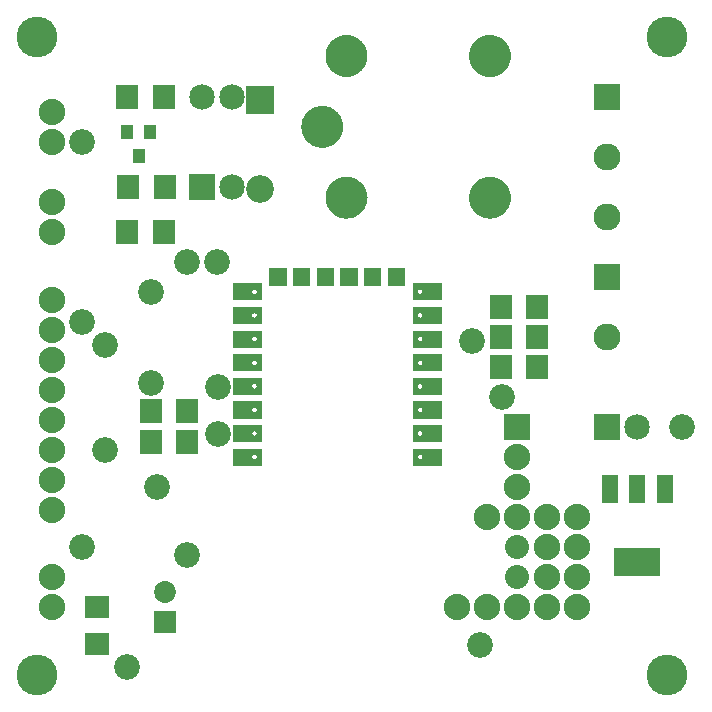
<source format=gbs>
G04 MADE WITH FRITZING*
G04 WWW.FRITZING.ORG*
G04 DOUBLE SIDED*
G04 HOLES PLATED*
G04 CONTOUR ON CENTER OF CONTOUR VECTOR*
%ASAXBY*%
%FSLAX23Y23*%
%MOIN*%
%OFA0B0*%
%SFA1.0B1.0*%
%ADD10C,0.080000*%
%ADD11C,0.092000*%
%ADD12C,0.072992*%
%ADD13C,0.090000*%
%ADD14C,0.085433*%
%ADD15C,0.085000*%
%ADD16C,0.088000*%
%ADD17C,0.135984*%
%ADD18R,0.092000X0.092000*%
%ADD19R,0.072992X0.072992*%
%ADD20R,0.072992X0.084803*%
%ADD21R,0.041496X0.045433*%
%ADD22R,0.090000X0.090000*%
%ADD23R,0.089986X0.090000*%
%ADD24R,0.085000X0.085000*%
%ADD25R,0.084803X0.072992*%
%ADD26R,0.088000X0.088000*%
%ADD27R,0.058000X0.098000*%
%ADD28R,0.151732X0.096614*%
%ADD29R,0.001000X0.001000*%
%LNMASK0*%
G90*
G70*
G54D10*
X1732Y533D03*
X1732Y433D03*
G54D11*
X875Y2024D03*
X875Y1726D03*
G54D12*
X557Y285D03*
X557Y383D03*
G54D13*
X2032Y1833D03*
X2032Y1633D03*
X2032Y2033D03*
X2032Y1433D03*
X2032Y1233D03*
G54D14*
X357Y1208D03*
X357Y858D03*
X512Y1081D03*
X512Y1382D03*
X733Y909D03*
X632Y1483D03*
X282Y1283D03*
X282Y533D03*
X282Y1883D03*
X432Y133D03*
X1682Y1033D03*
X1581Y1221D03*
X632Y508D03*
X1607Y208D03*
X532Y733D03*
X733Y1066D03*
X732Y1483D03*
G54D15*
X2032Y933D03*
X2132Y933D03*
X2032Y933D03*
X2132Y933D03*
X682Y1733D03*
X682Y2033D03*
X782Y1733D03*
X782Y2033D03*
G54D16*
X182Y1358D03*
X182Y1258D03*
X182Y1158D03*
X182Y1058D03*
X182Y958D03*
X182Y858D03*
X182Y758D03*
X182Y658D03*
X182Y1583D03*
X182Y1583D03*
X182Y1683D03*
X182Y1883D03*
X182Y1983D03*
X182Y333D03*
X182Y433D03*
X1832Y533D03*
X1932Y533D03*
X1832Y533D03*
X1932Y533D03*
X1932Y433D03*
X1832Y433D03*
X1832Y533D03*
X1932Y533D03*
X1832Y533D03*
X1932Y533D03*
X1932Y433D03*
X1832Y433D03*
G54D17*
X132Y2233D03*
X132Y108D03*
X2232Y2233D03*
X2232Y108D03*
G54D16*
X1532Y333D03*
X1632Y333D03*
X1732Y333D03*
X1832Y333D03*
X1932Y333D03*
X1732Y933D03*
X1732Y833D03*
X1732Y733D03*
X1732Y933D03*
X1732Y833D03*
X1732Y733D03*
X1632Y633D03*
X1732Y633D03*
X1832Y633D03*
X1932Y633D03*
X1632Y633D03*
X1732Y633D03*
X1832Y633D03*
X1932Y633D03*
G54D14*
X2282Y933D03*
G54D18*
X875Y2025D03*
G54D19*
X557Y285D03*
G54D20*
X556Y1733D03*
X434Y1733D03*
X554Y2033D03*
X432Y2033D03*
G54D21*
X432Y1916D03*
X507Y1916D03*
X470Y1838D03*
G54D22*
X2032Y2033D03*
G54D23*
X2032Y1433D03*
G54D24*
X2032Y933D03*
X2032Y933D03*
X682Y1733D03*
G54D20*
X1799Y1133D03*
X1677Y1133D03*
X510Y883D03*
X632Y883D03*
X1677Y1233D03*
X1799Y1233D03*
X1799Y1333D03*
X1677Y1333D03*
G54D25*
X332Y333D03*
X332Y211D03*
G54D20*
X554Y1583D03*
X432Y1583D03*
X510Y988D03*
X632Y988D03*
G54D26*
X1732Y933D03*
X1732Y933D03*
G54D27*
X2041Y727D03*
X2132Y727D03*
X2223Y727D03*
G54D28*
X2132Y483D03*
G54D29*
X1153Y2239D02*
X1171Y2239D01*
X1631Y2239D02*
X1650Y2239D01*
X1147Y2238D02*
X1177Y2238D01*
X1626Y2238D02*
X1655Y2238D01*
X1143Y2237D02*
X1181Y2237D01*
X1622Y2237D02*
X1659Y2237D01*
X1140Y2236D02*
X1184Y2236D01*
X1618Y2236D02*
X1663Y2236D01*
X1137Y2235D02*
X1187Y2235D01*
X1616Y2235D02*
X1665Y2235D01*
X1135Y2234D02*
X1190Y2234D01*
X1613Y2234D02*
X1668Y2234D01*
X1133Y2233D02*
X1192Y2233D01*
X1611Y2233D02*
X1670Y2233D01*
X1131Y2232D02*
X1194Y2232D01*
X1609Y2232D02*
X1672Y2232D01*
X1129Y2231D02*
X1196Y2231D01*
X1607Y2231D02*
X1674Y2231D01*
X1127Y2230D02*
X1197Y2230D01*
X1605Y2230D02*
X1675Y2230D01*
X1126Y2229D02*
X1199Y2229D01*
X1604Y2229D02*
X1677Y2229D01*
X1124Y2228D02*
X1200Y2228D01*
X1602Y2228D02*
X1679Y2228D01*
X1123Y2227D02*
X1202Y2227D01*
X1601Y2227D02*
X1680Y2227D01*
X1121Y2226D02*
X1203Y2226D01*
X1599Y2226D02*
X1681Y2226D01*
X1120Y2225D02*
X1205Y2225D01*
X1598Y2225D02*
X1683Y2225D01*
X1118Y2224D02*
X1206Y2224D01*
X1597Y2224D02*
X1684Y2224D01*
X1117Y2223D02*
X1207Y2223D01*
X1596Y2223D02*
X1685Y2223D01*
X1116Y2222D02*
X1208Y2222D01*
X1594Y2222D02*
X1687Y2222D01*
X1115Y2221D02*
X1209Y2221D01*
X1593Y2221D02*
X1688Y2221D01*
X1114Y2220D02*
X1210Y2220D01*
X1592Y2220D02*
X1689Y2220D01*
X1113Y2219D02*
X1211Y2219D01*
X1591Y2219D02*
X1690Y2219D01*
X1112Y2218D02*
X1212Y2218D01*
X1590Y2218D02*
X1691Y2218D01*
X1111Y2217D02*
X1213Y2217D01*
X1589Y2217D02*
X1692Y2217D01*
X1110Y2216D02*
X1214Y2216D01*
X1588Y2216D02*
X1692Y2216D01*
X1109Y2215D02*
X1215Y2215D01*
X1588Y2215D02*
X1693Y2215D01*
X1108Y2214D02*
X1216Y2214D01*
X1587Y2214D02*
X1694Y2214D01*
X1108Y2213D02*
X1217Y2213D01*
X1586Y2213D02*
X1695Y2213D01*
X1107Y2212D02*
X1217Y2212D01*
X1585Y2212D02*
X1696Y2212D01*
X1106Y2211D02*
X1218Y2211D01*
X1585Y2211D02*
X1696Y2211D01*
X1106Y2210D02*
X1219Y2210D01*
X1584Y2210D02*
X1697Y2210D01*
X1105Y2209D02*
X1220Y2209D01*
X1583Y2209D02*
X1698Y2209D01*
X1104Y2208D02*
X1220Y2208D01*
X1582Y2208D02*
X1698Y2208D01*
X1104Y2207D02*
X1221Y2207D01*
X1582Y2207D02*
X1699Y2207D01*
X1103Y2206D02*
X1221Y2206D01*
X1581Y2206D02*
X1700Y2206D01*
X1102Y2205D02*
X1222Y2205D01*
X1581Y2205D02*
X1700Y2205D01*
X1102Y2204D02*
X1223Y2204D01*
X1580Y2204D02*
X1701Y2204D01*
X1101Y2203D02*
X1223Y2203D01*
X1579Y2203D02*
X1702Y2203D01*
X1101Y2202D02*
X1224Y2202D01*
X1579Y2202D02*
X1702Y2202D01*
X1100Y2201D02*
X1224Y2201D01*
X1578Y2201D02*
X1703Y2201D01*
X1100Y2200D02*
X1225Y2200D01*
X1578Y2200D02*
X1703Y2200D01*
X1099Y2199D02*
X1225Y2199D01*
X1577Y2199D02*
X1704Y2199D01*
X1099Y2198D02*
X1226Y2198D01*
X1577Y2198D02*
X1704Y2198D01*
X1098Y2197D02*
X1226Y2197D01*
X1576Y2197D02*
X1704Y2197D01*
X1098Y2196D02*
X1227Y2196D01*
X1576Y2196D02*
X1705Y2196D01*
X1097Y2195D02*
X1227Y2195D01*
X1576Y2195D02*
X1705Y2195D01*
X1097Y2194D02*
X1227Y2194D01*
X1575Y2194D02*
X1706Y2194D01*
X1097Y2193D02*
X1228Y2193D01*
X1575Y2193D02*
X1706Y2193D01*
X1096Y2192D02*
X1228Y2192D01*
X1575Y2192D02*
X1706Y2192D01*
X1096Y2191D02*
X1228Y2191D01*
X1574Y2191D02*
X1707Y2191D01*
X1096Y2190D02*
X1229Y2190D01*
X1574Y2190D02*
X1707Y2190D01*
X1096Y2189D02*
X1229Y2189D01*
X1574Y2189D02*
X1707Y2189D01*
X1095Y2188D02*
X1229Y2188D01*
X1574Y2188D02*
X1707Y2188D01*
X1095Y2187D02*
X1229Y2187D01*
X1573Y2187D02*
X1708Y2187D01*
X1095Y2186D02*
X1230Y2186D01*
X1573Y2186D02*
X1708Y2186D01*
X1095Y2185D02*
X1230Y2185D01*
X1573Y2185D02*
X1708Y2185D01*
X1094Y2184D02*
X1230Y2184D01*
X1573Y2184D02*
X1708Y2184D01*
X1094Y2183D02*
X1230Y2183D01*
X1572Y2183D02*
X1709Y2183D01*
X1094Y2182D02*
X1230Y2182D01*
X1572Y2182D02*
X1709Y2182D01*
X1094Y2181D02*
X1231Y2181D01*
X1572Y2181D02*
X1709Y2181D01*
X1094Y2180D02*
X1231Y2180D01*
X1572Y2180D02*
X1709Y2180D01*
X1093Y2179D02*
X1231Y2179D01*
X1572Y2179D02*
X1709Y2179D01*
X1093Y2178D02*
X1231Y2178D01*
X1572Y2178D02*
X1709Y2178D01*
X1093Y2177D02*
X1231Y2177D01*
X1571Y2177D02*
X1709Y2177D01*
X1093Y2176D02*
X1231Y2176D01*
X1571Y2176D02*
X1710Y2176D01*
X1093Y2175D02*
X1231Y2175D01*
X1571Y2175D02*
X1710Y2175D01*
X1093Y2174D02*
X1231Y2174D01*
X1571Y2174D02*
X1710Y2174D01*
X1093Y2173D02*
X1231Y2173D01*
X1571Y2173D02*
X1710Y2173D01*
X1093Y2172D02*
X1231Y2172D01*
X1571Y2172D02*
X1710Y2172D01*
X1093Y2171D02*
X1232Y2171D01*
X1571Y2171D02*
X1710Y2171D01*
X1093Y2170D02*
X1232Y2170D01*
X1571Y2170D02*
X1710Y2170D01*
X1093Y2169D02*
X1232Y2169D01*
X1571Y2169D02*
X1710Y2169D01*
X1093Y2168D02*
X1231Y2168D01*
X1571Y2168D02*
X1710Y2168D01*
X1093Y2167D02*
X1231Y2167D01*
X1571Y2167D02*
X1710Y2167D01*
X1093Y2166D02*
X1231Y2166D01*
X1571Y2166D02*
X1710Y2166D01*
X1093Y2165D02*
X1231Y2165D01*
X1571Y2165D02*
X1710Y2165D01*
X1093Y2164D02*
X1231Y2164D01*
X1571Y2164D02*
X1710Y2164D01*
X1093Y2163D02*
X1231Y2163D01*
X1571Y2163D02*
X1710Y2163D01*
X1093Y2162D02*
X1231Y2162D01*
X1572Y2162D02*
X1709Y2162D01*
X1093Y2161D02*
X1231Y2161D01*
X1572Y2161D02*
X1709Y2161D01*
X1094Y2160D02*
X1231Y2160D01*
X1572Y2160D02*
X1709Y2160D01*
X1094Y2159D02*
X1231Y2159D01*
X1572Y2159D02*
X1709Y2159D01*
X1094Y2158D02*
X1230Y2158D01*
X1572Y2158D02*
X1709Y2158D01*
X1094Y2157D02*
X1230Y2157D01*
X1572Y2157D02*
X1709Y2157D01*
X1094Y2156D02*
X1230Y2156D01*
X1573Y2156D02*
X1708Y2156D01*
X1094Y2155D02*
X1230Y2155D01*
X1573Y2155D02*
X1708Y2155D01*
X1095Y2154D02*
X1230Y2154D01*
X1573Y2154D02*
X1708Y2154D01*
X1095Y2153D02*
X1229Y2153D01*
X1573Y2153D02*
X1708Y2153D01*
X1095Y2152D02*
X1229Y2152D01*
X1574Y2152D02*
X1707Y2152D01*
X1095Y2151D02*
X1229Y2151D01*
X1574Y2151D02*
X1707Y2151D01*
X1096Y2150D02*
X1229Y2150D01*
X1574Y2150D02*
X1707Y2150D01*
X1096Y2149D02*
X1228Y2149D01*
X1574Y2149D02*
X1707Y2149D01*
X1096Y2148D02*
X1228Y2148D01*
X1575Y2148D02*
X1706Y2148D01*
X1097Y2147D02*
X1228Y2147D01*
X1575Y2147D02*
X1706Y2147D01*
X1097Y2146D02*
X1227Y2146D01*
X1575Y2146D02*
X1706Y2146D01*
X1097Y2145D02*
X1227Y2145D01*
X1576Y2145D02*
X1705Y2145D01*
X1098Y2144D02*
X1227Y2144D01*
X1576Y2144D02*
X1705Y2144D01*
X1098Y2143D02*
X1226Y2143D01*
X1576Y2143D02*
X1705Y2143D01*
X1099Y2142D02*
X1226Y2142D01*
X1577Y2142D02*
X1704Y2142D01*
X1099Y2141D02*
X1225Y2141D01*
X1577Y2141D02*
X1704Y2141D01*
X1100Y2140D02*
X1225Y2140D01*
X1578Y2140D02*
X1703Y2140D01*
X1100Y2139D02*
X1224Y2139D01*
X1578Y2139D02*
X1703Y2139D01*
X1101Y2138D02*
X1224Y2138D01*
X1579Y2138D02*
X1702Y2138D01*
X1101Y2137D02*
X1223Y2137D01*
X1579Y2137D02*
X1702Y2137D01*
X1102Y2136D02*
X1223Y2136D01*
X1580Y2136D02*
X1701Y2136D01*
X1102Y2135D02*
X1222Y2135D01*
X1581Y2135D02*
X1700Y2135D01*
X1103Y2134D02*
X1221Y2134D01*
X1581Y2134D02*
X1700Y2134D01*
X1103Y2133D02*
X1221Y2133D01*
X1582Y2133D02*
X1699Y2133D01*
X1104Y2132D02*
X1220Y2132D01*
X1582Y2132D02*
X1699Y2132D01*
X1105Y2131D02*
X1220Y2131D01*
X1583Y2131D02*
X1698Y2131D01*
X1105Y2130D02*
X1219Y2130D01*
X1584Y2130D02*
X1697Y2130D01*
X1106Y2129D02*
X1218Y2129D01*
X1584Y2129D02*
X1696Y2129D01*
X1107Y2128D02*
X1217Y2128D01*
X1585Y2128D02*
X1696Y2128D01*
X1108Y2127D02*
X1217Y2127D01*
X1586Y2127D02*
X1695Y2127D01*
X1108Y2126D02*
X1216Y2126D01*
X1587Y2126D02*
X1694Y2126D01*
X1109Y2125D02*
X1215Y2125D01*
X1587Y2125D02*
X1693Y2125D01*
X1110Y2124D02*
X1214Y2124D01*
X1588Y2124D02*
X1693Y2124D01*
X1111Y2123D02*
X1213Y2123D01*
X1589Y2123D02*
X1692Y2123D01*
X1112Y2122D02*
X1213Y2122D01*
X1590Y2122D02*
X1691Y2122D01*
X1113Y2121D02*
X1212Y2121D01*
X1591Y2121D02*
X1690Y2121D01*
X1114Y2120D02*
X1211Y2120D01*
X1592Y2120D02*
X1689Y2120D01*
X1115Y2119D02*
X1210Y2119D01*
X1593Y2119D02*
X1688Y2119D01*
X1116Y2118D02*
X1208Y2118D01*
X1594Y2118D02*
X1687Y2118D01*
X1117Y2117D02*
X1207Y2117D01*
X1595Y2117D02*
X1686Y2117D01*
X1118Y2116D02*
X1206Y2116D01*
X1597Y2116D02*
X1684Y2116D01*
X1120Y2115D02*
X1205Y2115D01*
X1598Y2115D02*
X1683Y2115D01*
X1121Y2114D02*
X1203Y2114D01*
X1599Y2114D02*
X1682Y2114D01*
X1122Y2113D02*
X1202Y2113D01*
X1601Y2113D02*
X1680Y2113D01*
X1124Y2112D02*
X1201Y2112D01*
X1602Y2112D02*
X1679Y2112D01*
X1125Y2111D02*
X1199Y2111D01*
X1604Y2111D02*
X1677Y2111D01*
X1127Y2110D02*
X1197Y2110D01*
X1605Y2110D02*
X1676Y2110D01*
X1129Y2109D02*
X1196Y2109D01*
X1607Y2109D02*
X1674Y2109D01*
X1130Y2108D02*
X1194Y2108D01*
X1609Y2108D02*
X1672Y2108D01*
X1132Y2107D02*
X1192Y2107D01*
X1611Y2107D02*
X1670Y2107D01*
X1134Y2106D02*
X1190Y2106D01*
X1613Y2106D02*
X1668Y2106D01*
X1137Y2105D02*
X1188Y2105D01*
X1615Y2105D02*
X1666Y2105D01*
X1140Y2104D02*
X1185Y2104D01*
X1618Y2104D02*
X1663Y2104D01*
X1143Y2103D02*
X1182Y2103D01*
X1621Y2103D02*
X1660Y2103D01*
X1147Y2102D02*
X1178Y2102D01*
X1625Y2102D02*
X1656Y2102D01*
X1152Y2101D02*
X1172Y2101D01*
X1630Y2101D02*
X1651Y2101D01*
X1162Y2100D02*
X1162Y2100D01*
X1073Y2003D02*
X1090Y2003D01*
X1067Y2002D02*
X1096Y2002D01*
X1063Y2001D02*
X1100Y2001D01*
X1060Y2000D02*
X1103Y2000D01*
X1057Y1999D02*
X1106Y1999D01*
X1054Y1998D02*
X1109Y1998D01*
X1052Y1997D02*
X1111Y1997D01*
X1050Y1996D02*
X1113Y1996D01*
X1048Y1995D02*
X1115Y1995D01*
X1047Y1994D02*
X1116Y1994D01*
X1045Y1993D02*
X1118Y1993D01*
X1044Y1992D02*
X1119Y1992D01*
X1042Y1991D02*
X1121Y1991D01*
X1041Y1990D02*
X1122Y1990D01*
X1039Y1989D02*
X1124Y1989D01*
X1038Y1988D02*
X1125Y1988D01*
X1037Y1987D02*
X1126Y1987D01*
X1036Y1986D02*
X1127Y1986D01*
X1035Y1985D02*
X1128Y1985D01*
X1033Y1984D02*
X1130Y1984D01*
X1032Y1983D02*
X1131Y1983D01*
X1031Y1982D02*
X1132Y1982D01*
X1031Y1981D02*
X1132Y1981D01*
X1030Y1980D02*
X1133Y1980D01*
X1029Y1979D02*
X1134Y1979D01*
X1028Y1978D02*
X1135Y1978D01*
X1027Y1977D02*
X1136Y1977D01*
X1026Y1976D02*
X1137Y1976D01*
X1026Y1975D02*
X1137Y1975D01*
X1025Y1974D02*
X1138Y1974D01*
X1024Y1973D02*
X1139Y1973D01*
X1024Y1972D02*
X1139Y1972D01*
X1023Y1971D02*
X1140Y1971D01*
X1022Y1970D02*
X1141Y1970D01*
X1022Y1969D02*
X1141Y1969D01*
X1021Y1968D02*
X1142Y1968D01*
X1021Y1967D02*
X1142Y1967D01*
X1020Y1966D02*
X1143Y1966D01*
X1020Y1965D02*
X1143Y1965D01*
X1019Y1964D02*
X1144Y1964D01*
X1019Y1963D02*
X1144Y1963D01*
X1018Y1962D02*
X1145Y1962D01*
X1018Y1961D02*
X1145Y1961D01*
X1017Y1960D02*
X1146Y1960D01*
X1017Y1959D02*
X1146Y1959D01*
X1016Y1958D02*
X1146Y1958D01*
X1016Y1957D02*
X1147Y1957D01*
X1016Y1956D02*
X1147Y1956D01*
X1015Y1955D02*
X1148Y1955D01*
X1015Y1954D02*
X1148Y1954D01*
X1015Y1953D02*
X1148Y1953D01*
X1015Y1952D02*
X1148Y1952D01*
X1014Y1951D02*
X1149Y1951D01*
X1014Y1950D02*
X1149Y1950D01*
X1014Y1949D02*
X1149Y1949D01*
X1014Y1948D02*
X1149Y1948D01*
X1013Y1947D02*
X1149Y1947D01*
X1013Y1946D02*
X1150Y1946D01*
X1013Y1945D02*
X1150Y1945D01*
X1013Y1944D02*
X1150Y1944D01*
X1013Y1943D02*
X1150Y1943D01*
X1013Y1942D02*
X1150Y1942D01*
X1012Y1941D02*
X1150Y1941D01*
X1012Y1940D02*
X1151Y1940D01*
X1012Y1939D02*
X1151Y1939D01*
X1012Y1938D02*
X1151Y1938D01*
X1012Y1937D02*
X1151Y1937D01*
X1012Y1936D02*
X1151Y1936D01*
X1012Y1935D02*
X1151Y1935D01*
X1012Y1934D02*
X1151Y1934D01*
X1012Y1933D02*
X1151Y1933D01*
X1012Y1932D02*
X1151Y1932D01*
X1012Y1931D02*
X1151Y1931D01*
X1012Y1930D02*
X1151Y1930D01*
X1012Y1929D02*
X1151Y1929D01*
X1012Y1928D02*
X1151Y1928D01*
X1012Y1927D02*
X1151Y1927D01*
X1013Y1926D02*
X1150Y1926D01*
X1013Y1925D02*
X1150Y1925D01*
X1013Y1924D02*
X1150Y1924D01*
X1013Y1923D02*
X1150Y1923D01*
X1013Y1922D02*
X1150Y1922D01*
X1013Y1921D02*
X1150Y1921D01*
X1014Y1920D02*
X1149Y1920D01*
X1014Y1919D02*
X1149Y1919D01*
X1014Y1918D02*
X1149Y1918D01*
X1014Y1917D02*
X1149Y1917D01*
X1014Y1916D02*
X1148Y1916D01*
X1015Y1915D02*
X1148Y1915D01*
X1015Y1914D02*
X1148Y1914D01*
X1015Y1913D02*
X1148Y1913D01*
X1016Y1912D02*
X1147Y1912D01*
X1016Y1911D02*
X1147Y1911D01*
X1016Y1910D02*
X1147Y1910D01*
X1017Y1909D02*
X1146Y1909D01*
X1017Y1908D02*
X1146Y1908D01*
X1017Y1907D02*
X1146Y1907D01*
X1018Y1906D02*
X1145Y1906D01*
X1018Y1905D02*
X1145Y1905D01*
X1019Y1904D02*
X1144Y1904D01*
X1019Y1903D02*
X1144Y1903D01*
X1020Y1902D02*
X1143Y1902D01*
X1020Y1901D02*
X1143Y1901D01*
X1021Y1900D02*
X1142Y1900D01*
X1021Y1899D02*
X1142Y1899D01*
X1022Y1898D02*
X1141Y1898D01*
X1023Y1897D02*
X1140Y1897D01*
X1023Y1896D02*
X1140Y1896D01*
X1024Y1895D02*
X1139Y1895D01*
X1025Y1894D02*
X1138Y1894D01*
X1025Y1893D02*
X1138Y1893D01*
X1026Y1892D02*
X1137Y1892D01*
X1027Y1891D02*
X1136Y1891D01*
X1028Y1890D02*
X1135Y1890D01*
X1028Y1889D02*
X1135Y1889D01*
X1029Y1888D02*
X1134Y1888D01*
X1030Y1887D02*
X1133Y1887D01*
X1031Y1886D02*
X1132Y1886D01*
X1032Y1885D02*
X1131Y1885D01*
X1033Y1884D02*
X1130Y1884D01*
X1034Y1883D02*
X1129Y1883D01*
X1035Y1882D02*
X1128Y1882D01*
X1036Y1881D02*
X1127Y1881D01*
X1037Y1880D02*
X1126Y1880D01*
X1039Y1879D02*
X1124Y1879D01*
X1040Y1878D02*
X1123Y1878D01*
X1041Y1877D02*
X1122Y1877D01*
X1043Y1876D02*
X1120Y1876D01*
X1044Y1875D02*
X1119Y1875D01*
X1046Y1874D02*
X1117Y1874D01*
X1048Y1873D02*
X1115Y1873D01*
X1049Y1872D02*
X1114Y1872D01*
X1051Y1871D02*
X1112Y1871D01*
X1053Y1870D02*
X1110Y1870D01*
X1056Y1869D02*
X1107Y1869D01*
X1058Y1868D02*
X1105Y1868D01*
X1061Y1867D02*
X1102Y1867D01*
X1065Y1866D02*
X1098Y1866D01*
X1070Y1865D02*
X1093Y1865D01*
X1078Y1864D02*
X1084Y1864D01*
X1155Y1767D02*
X1169Y1767D01*
X1634Y1767D02*
X1647Y1767D01*
X1149Y1766D02*
X1175Y1766D01*
X1627Y1766D02*
X1654Y1766D01*
X1145Y1765D02*
X1180Y1765D01*
X1623Y1765D02*
X1658Y1765D01*
X1141Y1764D02*
X1183Y1764D01*
X1619Y1764D02*
X1662Y1764D01*
X1138Y1763D02*
X1186Y1763D01*
X1617Y1763D02*
X1664Y1763D01*
X1135Y1762D02*
X1189Y1762D01*
X1614Y1762D02*
X1667Y1762D01*
X1133Y1761D02*
X1191Y1761D01*
X1612Y1761D02*
X1669Y1761D01*
X1131Y1760D02*
X1193Y1760D01*
X1610Y1760D02*
X1671Y1760D01*
X1129Y1759D02*
X1195Y1759D01*
X1608Y1759D02*
X1673Y1759D01*
X1128Y1758D02*
X1197Y1758D01*
X1606Y1758D02*
X1675Y1758D01*
X1126Y1757D02*
X1198Y1757D01*
X1604Y1757D02*
X1677Y1757D01*
X1125Y1756D02*
X1200Y1756D01*
X1603Y1756D02*
X1678Y1756D01*
X1123Y1755D02*
X1201Y1755D01*
X1601Y1755D02*
X1680Y1755D01*
X1122Y1754D02*
X1203Y1754D01*
X1600Y1754D02*
X1681Y1754D01*
X1120Y1753D02*
X1204Y1753D01*
X1599Y1753D02*
X1682Y1753D01*
X1119Y1752D02*
X1205Y1752D01*
X1597Y1752D02*
X1684Y1752D01*
X1118Y1751D02*
X1207Y1751D01*
X1596Y1751D02*
X1685Y1751D01*
X1117Y1750D02*
X1208Y1750D01*
X1595Y1750D02*
X1686Y1750D01*
X1115Y1749D02*
X1209Y1749D01*
X1594Y1749D02*
X1687Y1749D01*
X1114Y1748D02*
X1210Y1748D01*
X1593Y1748D02*
X1688Y1748D01*
X1113Y1747D02*
X1211Y1747D01*
X1592Y1747D02*
X1689Y1747D01*
X1112Y1746D02*
X1212Y1746D01*
X1591Y1746D02*
X1690Y1746D01*
X1111Y1745D02*
X1213Y1745D01*
X1590Y1745D02*
X1691Y1745D01*
X1111Y1744D02*
X1214Y1744D01*
X1589Y1744D02*
X1692Y1744D01*
X1110Y1743D02*
X1215Y1743D01*
X1588Y1743D02*
X1693Y1743D01*
X1109Y1742D02*
X1216Y1742D01*
X1587Y1742D02*
X1694Y1742D01*
X1108Y1741D02*
X1216Y1741D01*
X1586Y1741D02*
X1695Y1741D01*
X1107Y1740D02*
X1217Y1740D01*
X1586Y1740D02*
X1695Y1740D01*
X1107Y1739D02*
X1218Y1739D01*
X1585Y1739D02*
X1696Y1739D01*
X1106Y1738D02*
X1219Y1738D01*
X1584Y1738D02*
X1697Y1738D01*
X1105Y1737D02*
X1219Y1737D01*
X1583Y1737D02*
X1698Y1737D01*
X1104Y1736D02*
X1220Y1736D01*
X1583Y1736D02*
X1698Y1736D01*
X1104Y1735D02*
X1221Y1735D01*
X1582Y1735D02*
X1699Y1735D01*
X1103Y1734D02*
X1221Y1734D01*
X1581Y1734D02*
X1699Y1734D01*
X1103Y1733D02*
X1222Y1733D01*
X1581Y1733D02*
X1700Y1733D01*
X1102Y1732D02*
X1222Y1732D01*
X1580Y1732D02*
X1701Y1732D01*
X1101Y1731D02*
X1223Y1731D01*
X1580Y1731D02*
X1701Y1731D01*
X1101Y1730D02*
X1224Y1730D01*
X1579Y1730D02*
X1702Y1730D01*
X1100Y1729D02*
X1224Y1729D01*
X1579Y1729D02*
X1702Y1729D01*
X1100Y1728D02*
X1225Y1728D01*
X1578Y1728D02*
X1703Y1728D01*
X1099Y1727D02*
X1225Y1727D01*
X1578Y1727D02*
X1703Y1727D01*
X1099Y1726D02*
X1226Y1726D01*
X1577Y1726D02*
X1704Y1726D01*
X1098Y1725D02*
X1226Y1725D01*
X1577Y1725D02*
X1704Y1725D01*
X1098Y1724D02*
X1226Y1724D01*
X1576Y1724D02*
X1705Y1724D01*
X1098Y1723D02*
X1227Y1723D01*
X1576Y1723D02*
X1705Y1723D01*
X1097Y1722D02*
X1227Y1722D01*
X1576Y1722D02*
X1705Y1722D01*
X1097Y1721D02*
X1227Y1721D01*
X1575Y1721D02*
X1706Y1721D01*
X1097Y1720D02*
X1228Y1720D01*
X1575Y1720D02*
X1706Y1720D01*
X1096Y1719D02*
X1228Y1719D01*
X1574Y1719D02*
X1706Y1719D01*
X1096Y1718D02*
X1228Y1718D01*
X1574Y1718D02*
X1707Y1718D01*
X1096Y1717D02*
X1229Y1717D01*
X1574Y1717D02*
X1707Y1717D01*
X1095Y1716D02*
X1229Y1716D01*
X1574Y1716D02*
X1707Y1716D01*
X1095Y1715D02*
X1229Y1715D01*
X1573Y1715D02*
X1708Y1715D01*
X1095Y1714D02*
X1229Y1714D01*
X1573Y1714D02*
X1708Y1714D01*
X1095Y1713D02*
X1230Y1713D01*
X1573Y1713D02*
X1708Y1713D01*
X1094Y1712D02*
X1230Y1712D01*
X1573Y1712D02*
X1708Y1712D01*
X1094Y1711D02*
X1230Y1711D01*
X1572Y1711D02*
X1708Y1711D01*
X1094Y1710D02*
X1230Y1710D01*
X1572Y1710D02*
X1709Y1710D01*
X1094Y1709D02*
X1230Y1709D01*
X1572Y1709D02*
X1709Y1709D01*
X1094Y1708D02*
X1231Y1708D01*
X1572Y1708D02*
X1709Y1708D01*
X1094Y1707D02*
X1231Y1707D01*
X1572Y1707D02*
X1709Y1707D01*
X1093Y1706D02*
X1231Y1706D01*
X1572Y1706D02*
X1709Y1706D01*
X1093Y1705D02*
X1231Y1705D01*
X1572Y1705D02*
X1709Y1705D01*
X1093Y1704D02*
X1231Y1704D01*
X1571Y1704D02*
X1710Y1704D01*
X1093Y1703D02*
X1231Y1703D01*
X1571Y1703D02*
X1710Y1703D01*
X1093Y1702D02*
X1231Y1702D01*
X1571Y1702D02*
X1710Y1702D01*
X1093Y1701D02*
X1231Y1701D01*
X1571Y1701D02*
X1710Y1701D01*
X1093Y1700D02*
X1231Y1700D01*
X1571Y1700D02*
X1710Y1700D01*
X1093Y1699D02*
X1232Y1699D01*
X1571Y1699D02*
X1710Y1699D01*
X1093Y1698D02*
X1232Y1698D01*
X1571Y1698D02*
X1710Y1698D01*
X1093Y1697D02*
X1232Y1697D01*
X1571Y1697D02*
X1710Y1697D01*
X1093Y1696D02*
X1232Y1696D01*
X1571Y1696D02*
X1710Y1696D01*
X1093Y1695D02*
X1231Y1695D01*
X1571Y1695D02*
X1710Y1695D01*
X1093Y1694D02*
X1231Y1694D01*
X1571Y1694D02*
X1710Y1694D01*
X1093Y1693D02*
X1231Y1693D01*
X1571Y1693D02*
X1710Y1693D01*
X1093Y1692D02*
X1231Y1692D01*
X1571Y1692D02*
X1710Y1692D01*
X1093Y1691D02*
X1231Y1691D01*
X1571Y1691D02*
X1710Y1691D01*
X1093Y1690D02*
X1231Y1690D01*
X1572Y1690D02*
X1709Y1690D01*
X1093Y1689D02*
X1231Y1689D01*
X1572Y1689D02*
X1709Y1689D01*
X1094Y1688D02*
X1231Y1688D01*
X1572Y1688D02*
X1709Y1688D01*
X1094Y1687D02*
X1231Y1687D01*
X1572Y1687D02*
X1709Y1687D01*
X1094Y1686D02*
X1230Y1686D01*
X1572Y1686D02*
X1709Y1686D01*
X1094Y1685D02*
X1230Y1685D01*
X1572Y1685D02*
X1709Y1685D01*
X1094Y1684D02*
X1230Y1684D01*
X1572Y1684D02*
X1708Y1684D01*
X1094Y1683D02*
X1230Y1683D01*
X1573Y1683D02*
X1708Y1683D01*
X1095Y1682D02*
X1230Y1682D01*
X1573Y1682D02*
X1708Y1682D01*
X1095Y1681D02*
X1229Y1681D01*
X1573Y1681D02*
X1708Y1681D01*
X1095Y1680D02*
X1229Y1680D01*
X1573Y1680D02*
X1708Y1680D01*
X1095Y1679D02*
X1229Y1679D01*
X1574Y1679D02*
X1707Y1679D01*
X1096Y1678D02*
X1229Y1678D01*
X1574Y1678D02*
X1707Y1678D01*
X1096Y1677D02*
X1228Y1677D01*
X1574Y1677D02*
X1707Y1677D01*
X1096Y1676D02*
X1228Y1676D01*
X1575Y1676D02*
X1706Y1676D01*
X1097Y1675D02*
X1228Y1675D01*
X1575Y1675D02*
X1706Y1675D01*
X1097Y1674D02*
X1227Y1674D01*
X1575Y1674D02*
X1706Y1674D01*
X1097Y1673D02*
X1227Y1673D01*
X1576Y1673D02*
X1705Y1673D01*
X1098Y1672D02*
X1227Y1672D01*
X1576Y1672D02*
X1705Y1672D01*
X1098Y1671D02*
X1226Y1671D01*
X1576Y1671D02*
X1705Y1671D01*
X1098Y1670D02*
X1226Y1670D01*
X1577Y1670D02*
X1704Y1670D01*
X1099Y1669D02*
X1225Y1669D01*
X1577Y1669D02*
X1704Y1669D01*
X1099Y1668D02*
X1225Y1668D01*
X1578Y1668D02*
X1703Y1668D01*
X1100Y1667D02*
X1224Y1667D01*
X1578Y1667D02*
X1703Y1667D01*
X1100Y1666D02*
X1224Y1666D01*
X1579Y1666D02*
X1702Y1666D01*
X1101Y1665D02*
X1223Y1665D01*
X1579Y1665D02*
X1702Y1665D01*
X1101Y1664D02*
X1223Y1664D01*
X1580Y1664D02*
X1701Y1664D01*
X1102Y1663D02*
X1222Y1663D01*
X1580Y1663D02*
X1701Y1663D01*
X1103Y1662D02*
X1222Y1662D01*
X1581Y1662D02*
X1700Y1662D01*
X1103Y1661D02*
X1221Y1661D01*
X1582Y1661D02*
X1699Y1661D01*
X1104Y1660D02*
X1220Y1660D01*
X1582Y1660D02*
X1699Y1660D01*
X1104Y1659D02*
X1220Y1659D01*
X1583Y1659D02*
X1698Y1659D01*
X1105Y1658D02*
X1219Y1658D01*
X1583Y1658D02*
X1698Y1658D01*
X1106Y1657D02*
X1218Y1657D01*
X1584Y1657D02*
X1697Y1657D01*
X1107Y1656D02*
X1218Y1656D01*
X1585Y1656D02*
X1696Y1656D01*
X1107Y1655D02*
X1217Y1655D01*
X1586Y1655D02*
X1695Y1655D01*
X1108Y1654D02*
X1216Y1654D01*
X1586Y1654D02*
X1695Y1654D01*
X1109Y1653D02*
X1216Y1653D01*
X1587Y1653D02*
X1694Y1653D01*
X1110Y1652D02*
X1215Y1652D01*
X1588Y1652D02*
X1693Y1652D01*
X1111Y1651D02*
X1214Y1651D01*
X1589Y1651D02*
X1692Y1651D01*
X1112Y1650D02*
X1213Y1650D01*
X1590Y1650D02*
X1691Y1650D01*
X1112Y1649D02*
X1212Y1649D01*
X1591Y1649D02*
X1690Y1649D01*
X1113Y1648D02*
X1211Y1648D01*
X1592Y1648D02*
X1689Y1648D01*
X1114Y1647D02*
X1210Y1647D01*
X1593Y1647D02*
X1688Y1647D01*
X1116Y1646D02*
X1209Y1646D01*
X1594Y1646D02*
X1687Y1646D01*
X1117Y1645D02*
X1208Y1645D01*
X1595Y1645D02*
X1686Y1645D01*
X1118Y1644D02*
X1207Y1644D01*
X1596Y1644D02*
X1685Y1644D01*
X1119Y1643D02*
X1205Y1643D01*
X1597Y1643D02*
X1684Y1643D01*
X1120Y1642D02*
X1204Y1642D01*
X1599Y1642D02*
X1682Y1642D01*
X1122Y1641D02*
X1203Y1641D01*
X1600Y1641D02*
X1681Y1641D01*
X1123Y1640D02*
X1201Y1640D01*
X1601Y1640D02*
X1679Y1640D01*
X1125Y1639D02*
X1200Y1639D01*
X1603Y1639D02*
X1678Y1639D01*
X1126Y1638D02*
X1198Y1638D01*
X1605Y1638D02*
X1676Y1638D01*
X1128Y1637D02*
X1196Y1637D01*
X1606Y1637D02*
X1675Y1637D01*
X1130Y1636D02*
X1195Y1636D01*
X1608Y1636D02*
X1673Y1636D01*
X1132Y1635D02*
X1193Y1635D01*
X1610Y1635D02*
X1671Y1635D01*
X1134Y1634D02*
X1191Y1634D01*
X1612Y1634D02*
X1669Y1634D01*
X1136Y1633D02*
X1189Y1633D01*
X1614Y1633D02*
X1667Y1633D01*
X1139Y1632D02*
X1186Y1632D01*
X1617Y1632D02*
X1664Y1632D01*
X1141Y1631D02*
X1183Y1631D01*
X1620Y1631D02*
X1661Y1631D01*
X1145Y1630D02*
X1179Y1630D01*
X1624Y1630D02*
X1657Y1630D01*
X1150Y1629D02*
X1175Y1629D01*
X1628Y1629D02*
X1653Y1629D01*
X1156Y1628D02*
X1168Y1628D01*
X1634Y1628D02*
X1647Y1628D01*
X907Y1464D02*
X962Y1464D01*
X985Y1464D02*
X1041Y1464D01*
X1064Y1464D02*
X1120Y1464D01*
X1143Y1464D02*
X1198Y1464D01*
X1221Y1464D02*
X1277Y1464D01*
X1300Y1464D02*
X1356Y1464D01*
X906Y1463D02*
X962Y1463D01*
X985Y1463D02*
X1041Y1463D01*
X1064Y1463D02*
X1120Y1463D01*
X1142Y1463D02*
X1199Y1463D01*
X1221Y1463D02*
X1277Y1463D01*
X1300Y1463D02*
X1356Y1463D01*
X906Y1462D02*
X962Y1462D01*
X985Y1462D02*
X1041Y1462D01*
X1064Y1462D02*
X1120Y1462D01*
X1142Y1462D02*
X1199Y1462D01*
X1221Y1462D02*
X1277Y1462D01*
X1300Y1462D02*
X1356Y1462D01*
X906Y1461D02*
X962Y1461D01*
X985Y1461D02*
X1041Y1461D01*
X1064Y1461D02*
X1120Y1461D01*
X1142Y1461D02*
X1199Y1461D01*
X1221Y1461D02*
X1277Y1461D01*
X1300Y1461D02*
X1356Y1461D01*
X906Y1460D02*
X962Y1460D01*
X985Y1460D02*
X1041Y1460D01*
X1064Y1460D02*
X1120Y1460D01*
X1142Y1460D02*
X1199Y1460D01*
X1221Y1460D02*
X1277Y1460D01*
X1300Y1460D02*
X1356Y1460D01*
X906Y1459D02*
X962Y1459D01*
X985Y1459D02*
X1041Y1459D01*
X1064Y1459D02*
X1120Y1459D01*
X1142Y1459D02*
X1199Y1459D01*
X1221Y1459D02*
X1277Y1459D01*
X1300Y1459D02*
X1356Y1459D01*
X906Y1458D02*
X962Y1458D01*
X985Y1458D02*
X1041Y1458D01*
X1064Y1458D02*
X1120Y1458D01*
X1142Y1458D02*
X1199Y1458D01*
X1221Y1458D02*
X1277Y1458D01*
X1300Y1458D02*
X1356Y1458D01*
X906Y1457D02*
X962Y1457D01*
X985Y1457D02*
X1041Y1457D01*
X1064Y1457D02*
X1120Y1457D01*
X1142Y1457D02*
X1199Y1457D01*
X1221Y1457D02*
X1277Y1457D01*
X1300Y1457D02*
X1356Y1457D01*
X906Y1456D02*
X962Y1456D01*
X985Y1456D02*
X1041Y1456D01*
X1064Y1456D02*
X1120Y1456D01*
X1142Y1456D02*
X1199Y1456D01*
X1221Y1456D02*
X1277Y1456D01*
X1300Y1456D02*
X1356Y1456D01*
X906Y1455D02*
X962Y1455D01*
X985Y1455D02*
X1041Y1455D01*
X1064Y1455D02*
X1120Y1455D01*
X1142Y1455D02*
X1199Y1455D01*
X1221Y1455D02*
X1277Y1455D01*
X1300Y1455D02*
X1356Y1455D01*
X906Y1454D02*
X962Y1454D01*
X985Y1454D02*
X1041Y1454D01*
X1064Y1454D02*
X1120Y1454D01*
X1142Y1454D02*
X1199Y1454D01*
X1221Y1454D02*
X1277Y1454D01*
X1300Y1454D02*
X1356Y1454D01*
X906Y1453D02*
X962Y1453D01*
X985Y1453D02*
X1041Y1453D01*
X1064Y1453D02*
X1120Y1453D01*
X1142Y1453D02*
X1199Y1453D01*
X1221Y1453D02*
X1277Y1453D01*
X1300Y1453D02*
X1356Y1453D01*
X906Y1452D02*
X962Y1452D01*
X985Y1452D02*
X1041Y1452D01*
X1064Y1452D02*
X1120Y1452D01*
X1142Y1452D02*
X1199Y1452D01*
X1221Y1452D02*
X1277Y1452D01*
X1300Y1452D02*
X1356Y1452D01*
X906Y1451D02*
X962Y1451D01*
X985Y1451D02*
X1041Y1451D01*
X1064Y1451D02*
X1120Y1451D01*
X1142Y1451D02*
X1199Y1451D01*
X1221Y1451D02*
X1277Y1451D01*
X1300Y1451D02*
X1356Y1451D01*
X906Y1450D02*
X962Y1450D01*
X985Y1450D02*
X1041Y1450D01*
X1064Y1450D02*
X1120Y1450D01*
X1142Y1450D02*
X1199Y1450D01*
X1221Y1450D02*
X1277Y1450D01*
X1300Y1450D02*
X1356Y1450D01*
X906Y1449D02*
X962Y1449D01*
X985Y1449D02*
X1041Y1449D01*
X1064Y1449D02*
X1120Y1449D01*
X1142Y1449D02*
X1199Y1449D01*
X1221Y1449D02*
X1277Y1449D01*
X1300Y1449D02*
X1356Y1449D01*
X906Y1448D02*
X962Y1448D01*
X985Y1448D02*
X1041Y1448D01*
X1064Y1448D02*
X1120Y1448D01*
X1142Y1448D02*
X1199Y1448D01*
X1221Y1448D02*
X1277Y1448D01*
X1300Y1448D02*
X1356Y1448D01*
X906Y1447D02*
X962Y1447D01*
X985Y1447D02*
X1041Y1447D01*
X1064Y1447D02*
X1120Y1447D01*
X1142Y1447D02*
X1199Y1447D01*
X1221Y1447D02*
X1277Y1447D01*
X1300Y1447D02*
X1356Y1447D01*
X906Y1446D02*
X962Y1446D01*
X985Y1446D02*
X1041Y1446D01*
X1064Y1446D02*
X1120Y1446D01*
X1142Y1446D02*
X1199Y1446D01*
X1221Y1446D02*
X1277Y1446D01*
X1300Y1446D02*
X1356Y1446D01*
X906Y1445D02*
X962Y1445D01*
X985Y1445D02*
X1041Y1445D01*
X1064Y1445D02*
X1120Y1445D01*
X1142Y1445D02*
X1199Y1445D01*
X1221Y1445D02*
X1277Y1445D01*
X1300Y1445D02*
X1356Y1445D01*
X906Y1444D02*
X962Y1444D01*
X985Y1444D02*
X1041Y1444D01*
X1064Y1444D02*
X1120Y1444D01*
X1142Y1444D02*
X1199Y1444D01*
X1221Y1444D02*
X1277Y1444D01*
X1300Y1444D02*
X1356Y1444D01*
X906Y1443D02*
X962Y1443D01*
X985Y1443D02*
X1041Y1443D01*
X1064Y1443D02*
X1120Y1443D01*
X1142Y1443D02*
X1199Y1443D01*
X1221Y1443D02*
X1277Y1443D01*
X1300Y1443D02*
X1356Y1443D01*
X906Y1442D02*
X962Y1442D01*
X985Y1442D02*
X1041Y1442D01*
X1064Y1442D02*
X1120Y1442D01*
X1142Y1442D02*
X1199Y1442D01*
X1221Y1442D02*
X1277Y1442D01*
X1300Y1442D02*
X1356Y1442D01*
X906Y1441D02*
X962Y1441D01*
X985Y1441D02*
X1041Y1441D01*
X1064Y1441D02*
X1120Y1441D01*
X1142Y1441D02*
X1199Y1441D01*
X1221Y1441D02*
X1277Y1441D01*
X1300Y1441D02*
X1356Y1441D01*
X906Y1440D02*
X962Y1440D01*
X985Y1440D02*
X1041Y1440D01*
X1064Y1440D02*
X1120Y1440D01*
X1142Y1440D02*
X1199Y1440D01*
X1221Y1440D02*
X1277Y1440D01*
X1300Y1440D02*
X1356Y1440D01*
X906Y1439D02*
X962Y1439D01*
X985Y1439D02*
X1041Y1439D01*
X1064Y1439D02*
X1120Y1439D01*
X1142Y1439D02*
X1199Y1439D01*
X1221Y1439D02*
X1277Y1439D01*
X1300Y1439D02*
X1356Y1439D01*
X906Y1438D02*
X962Y1438D01*
X985Y1438D02*
X1041Y1438D01*
X1064Y1438D02*
X1120Y1438D01*
X1142Y1438D02*
X1199Y1438D01*
X1221Y1438D02*
X1277Y1438D01*
X1300Y1438D02*
X1356Y1438D01*
X906Y1437D02*
X962Y1437D01*
X985Y1437D02*
X1041Y1437D01*
X1064Y1437D02*
X1120Y1437D01*
X1142Y1437D02*
X1199Y1437D01*
X1221Y1437D02*
X1277Y1437D01*
X1300Y1437D02*
X1356Y1437D01*
X906Y1436D02*
X962Y1436D01*
X985Y1436D02*
X1041Y1436D01*
X1064Y1436D02*
X1120Y1436D01*
X1142Y1436D02*
X1199Y1436D01*
X1221Y1436D02*
X1277Y1436D01*
X1300Y1436D02*
X1356Y1436D01*
X906Y1435D02*
X962Y1435D01*
X985Y1435D02*
X1041Y1435D01*
X1064Y1435D02*
X1120Y1435D01*
X1142Y1435D02*
X1199Y1435D01*
X1221Y1435D02*
X1277Y1435D01*
X1300Y1435D02*
X1356Y1435D01*
X906Y1434D02*
X962Y1434D01*
X985Y1434D02*
X1041Y1434D01*
X1064Y1434D02*
X1120Y1434D01*
X1142Y1434D02*
X1199Y1434D01*
X1221Y1434D02*
X1277Y1434D01*
X1300Y1434D02*
X1356Y1434D01*
X906Y1433D02*
X962Y1433D01*
X985Y1433D02*
X1041Y1433D01*
X1064Y1433D02*
X1120Y1433D01*
X1142Y1433D02*
X1199Y1433D01*
X1221Y1433D02*
X1277Y1433D01*
X1300Y1433D02*
X1356Y1433D01*
X906Y1432D02*
X962Y1432D01*
X985Y1432D02*
X1041Y1432D01*
X1064Y1432D02*
X1120Y1432D01*
X1142Y1432D02*
X1199Y1432D01*
X1221Y1432D02*
X1277Y1432D01*
X1300Y1432D02*
X1356Y1432D01*
X906Y1431D02*
X962Y1431D01*
X985Y1431D02*
X1041Y1431D01*
X1064Y1431D02*
X1120Y1431D01*
X1142Y1431D02*
X1199Y1431D01*
X1221Y1431D02*
X1277Y1431D01*
X1300Y1431D02*
X1356Y1431D01*
X906Y1430D02*
X962Y1430D01*
X985Y1430D02*
X1041Y1430D01*
X1064Y1430D02*
X1120Y1430D01*
X1142Y1430D02*
X1199Y1430D01*
X1221Y1430D02*
X1277Y1430D01*
X1300Y1430D02*
X1356Y1430D01*
X906Y1429D02*
X962Y1429D01*
X985Y1429D02*
X1041Y1429D01*
X1064Y1429D02*
X1120Y1429D01*
X1142Y1429D02*
X1199Y1429D01*
X1221Y1429D02*
X1277Y1429D01*
X1300Y1429D02*
X1356Y1429D01*
X906Y1428D02*
X962Y1428D01*
X985Y1428D02*
X1041Y1428D01*
X1064Y1428D02*
X1120Y1428D01*
X1142Y1428D02*
X1199Y1428D01*
X1221Y1428D02*
X1277Y1428D01*
X1300Y1428D02*
X1356Y1428D01*
X906Y1427D02*
X962Y1427D01*
X985Y1427D02*
X1041Y1427D01*
X1064Y1427D02*
X1120Y1427D01*
X1142Y1427D02*
X1199Y1427D01*
X1221Y1427D02*
X1277Y1427D01*
X1300Y1427D02*
X1356Y1427D01*
X906Y1426D02*
X962Y1426D01*
X985Y1426D02*
X1041Y1426D01*
X1064Y1426D02*
X1120Y1426D01*
X1142Y1426D02*
X1199Y1426D01*
X1221Y1426D02*
X1277Y1426D01*
X1300Y1426D02*
X1356Y1426D01*
X906Y1425D02*
X962Y1425D01*
X985Y1425D02*
X1041Y1425D01*
X1064Y1425D02*
X1120Y1425D01*
X1142Y1425D02*
X1199Y1425D01*
X1221Y1425D02*
X1277Y1425D01*
X1300Y1425D02*
X1356Y1425D01*
X906Y1424D02*
X962Y1424D01*
X985Y1424D02*
X1041Y1424D01*
X1064Y1424D02*
X1120Y1424D01*
X1142Y1424D02*
X1199Y1424D01*
X1221Y1424D02*
X1277Y1424D01*
X1300Y1424D02*
X1356Y1424D01*
X906Y1423D02*
X962Y1423D01*
X985Y1423D02*
X1041Y1423D01*
X1064Y1423D02*
X1120Y1423D01*
X1142Y1423D02*
X1199Y1423D01*
X1221Y1423D02*
X1277Y1423D01*
X1300Y1423D02*
X1356Y1423D01*
X906Y1422D02*
X962Y1422D01*
X985Y1422D02*
X1041Y1422D01*
X1064Y1422D02*
X1120Y1422D01*
X1142Y1422D02*
X1199Y1422D01*
X1221Y1422D02*
X1277Y1422D01*
X1300Y1422D02*
X1356Y1422D01*
X906Y1421D02*
X962Y1421D01*
X985Y1421D02*
X1041Y1421D01*
X1064Y1421D02*
X1120Y1421D01*
X1142Y1421D02*
X1199Y1421D01*
X1221Y1421D02*
X1277Y1421D01*
X1300Y1421D02*
X1356Y1421D01*
X906Y1420D02*
X962Y1420D01*
X985Y1420D02*
X1041Y1420D01*
X1064Y1420D02*
X1120Y1420D01*
X1142Y1420D02*
X1199Y1420D01*
X1221Y1420D02*
X1277Y1420D01*
X1300Y1420D02*
X1356Y1420D01*
X906Y1419D02*
X962Y1419D01*
X985Y1419D02*
X1041Y1419D01*
X1064Y1419D02*
X1120Y1419D01*
X1142Y1419D02*
X1199Y1419D01*
X1221Y1419D02*
X1277Y1419D01*
X1300Y1419D02*
X1356Y1419D01*
X906Y1418D02*
X962Y1418D01*
X985Y1418D02*
X1041Y1418D01*
X1064Y1418D02*
X1120Y1418D01*
X1142Y1418D02*
X1199Y1418D01*
X1221Y1418D02*
X1277Y1418D01*
X1300Y1418D02*
X1356Y1418D01*
X906Y1417D02*
X962Y1417D01*
X985Y1417D02*
X1041Y1417D01*
X1064Y1417D02*
X1120Y1417D01*
X1142Y1417D02*
X1199Y1417D01*
X1221Y1417D02*
X1277Y1417D01*
X1300Y1417D02*
X1356Y1417D01*
X906Y1416D02*
X962Y1416D01*
X985Y1416D02*
X1041Y1416D01*
X1064Y1416D02*
X1120Y1416D01*
X1142Y1416D02*
X1199Y1416D01*
X1221Y1416D02*
X1277Y1416D01*
X1300Y1416D02*
X1356Y1416D01*
X906Y1415D02*
X962Y1415D01*
X985Y1415D02*
X1041Y1415D01*
X1064Y1415D02*
X1120Y1415D01*
X1142Y1415D02*
X1199Y1415D01*
X1221Y1415D02*
X1277Y1415D01*
X1300Y1415D02*
X1356Y1415D01*
X906Y1414D02*
X962Y1414D01*
X985Y1414D02*
X1041Y1414D01*
X1064Y1414D02*
X1120Y1414D01*
X1142Y1414D02*
X1199Y1414D01*
X1221Y1414D02*
X1277Y1414D01*
X1300Y1414D02*
X1356Y1414D01*
X906Y1413D02*
X962Y1413D01*
X985Y1413D02*
X1041Y1413D01*
X1064Y1413D02*
X1120Y1413D01*
X1142Y1413D02*
X1199Y1413D01*
X1221Y1413D02*
X1277Y1413D01*
X1300Y1413D02*
X1356Y1413D01*
X783Y1412D02*
X880Y1412D01*
X906Y1412D02*
X962Y1412D01*
X985Y1412D02*
X1041Y1412D01*
X1064Y1412D02*
X1120Y1412D01*
X1142Y1412D02*
X1199Y1412D01*
X1221Y1412D02*
X1277Y1412D01*
X1300Y1412D02*
X1356Y1412D01*
X1383Y1412D02*
X1480Y1412D01*
X783Y1411D02*
X880Y1411D01*
X906Y1411D02*
X962Y1411D01*
X985Y1411D02*
X1041Y1411D01*
X1064Y1411D02*
X1120Y1411D01*
X1142Y1411D02*
X1199Y1411D01*
X1221Y1411D02*
X1277Y1411D01*
X1300Y1411D02*
X1356Y1411D01*
X1383Y1411D02*
X1480Y1411D01*
X783Y1410D02*
X880Y1410D01*
X906Y1410D02*
X962Y1410D01*
X985Y1410D02*
X1041Y1410D01*
X1064Y1410D02*
X1120Y1410D01*
X1142Y1410D02*
X1199Y1410D01*
X1221Y1410D02*
X1277Y1410D01*
X1300Y1410D02*
X1356Y1410D01*
X1383Y1410D02*
X1480Y1410D01*
X783Y1409D02*
X880Y1409D01*
X906Y1409D02*
X962Y1409D01*
X985Y1409D02*
X1041Y1409D01*
X1064Y1409D02*
X1120Y1409D01*
X1142Y1409D02*
X1199Y1409D01*
X1221Y1409D02*
X1277Y1409D01*
X1300Y1409D02*
X1356Y1409D01*
X1383Y1409D02*
X1480Y1409D01*
X783Y1408D02*
X880Y1408D01*
X906Y1408D02*
X962Y1408D01*
X985Y1408D02*
X1041Y1408D01*
X1064Y1408D02*
X1120Y1408D01*
X1142Y1408D02*
X1199Y1408D01*
X1221Y1408D02*
X1277Y1408D01*
X1300Y1408D02*
X1356Y1408D01*
X1383Y1408D02*
X1480Y1408D01*
X783Y1407D02*
X880Y1407D01*
X906Y1407D02*
X962Y1407D01*
X985Y1407D02*
X1041Y1407D01*
X1064Y1407D02*
X1120Y1407D01*
X1142Y1407D02*
X1199Y1407D01*
X1221Y1407D02*
X1277Y1407D01*
X1300Y1407D02*
X1356Y1407D01*
X1383Y1407D02*
X1480Y1407D01*
X783Y1406D02*
X880Y1406D01*
X906Y1406D02*
X962Y1406D01*
X985Y1406D02*
X1041Y1406D01*
X1064Y1406D02*
X1120Y1406D01*
X1142Y1406D02*
X1199Y1406D01*
X1221Y1406D02*
X1277Y1406D01*
X1300Y1406D02*
X1356Y1406D01*
X1383Y1406D02*
X1480Y1406D01*
X783Y1405D02*
X880Y1405D01*
X906Y1405D02*
X962Y1405D01*
X985Y1405D02*
X1041Y1405D01*
X1064Y1405D02*
X1120Y1405D01*
X1142Y1405D02*
X1199Y1405D01*
X1221Y1405D02*
X1277Y1405D01*
X1300Y1405D02*
X1356Y1405D01*
X1383Y1405D02*
X1480Y1405D01*
X783Y1404D02*
X880Y1404D01*
X906Y1404D02*
X962Y1404D01*
X985Y1404D02*
X1041Y1404D01*
X1064Y1404D02*
X1120Y1404D01*
X1142Y1404D02*
X1199Y1404D01*
X1221Y1404D02*
X1277Y1404D01*
X1300Y1404D02*
X1356Y1404D01*
X1383Y1404D02*
X1480Y1404D01*
X783Y1403D02*
X880Y1403D01*
X906Y1403D02*
X962Y1403D01*
X985Y1403D02*
X1041Y1403D01*
X1064Y1403D02*
X1120Y1403D01*
X1142Y1403D02*
X1199Y1403D01*
X1221Y1403D02*
X1277Y1403D01*
X1300Y1403D02*
X1356Y1403D01*
X1383Y1403D02*
X1480Y1403D01*
X783Y1402D02*
X880Y1402D01*
X1383Y1402D02*
X1480Y1402D01*
X783Y1401D02*
X880Y1401D01*
X1383Y1401D02*
X1480Y1401D01*
X783Y1400D02*
X880Y1400D01*
X1383Y1400D02*
X1480Y1400D01*
X783Y1399D02*
X880Y1399D01*
X1383Y1399D02*
X1480Y1399D01*
X783Y1398D02*
X880Y1398D01*
X1383Y1398D02*
X1480Y1398D01*
X783Y1397D02*
X880Y1397D01*
X1383Y1397D02*
X1480Y1397D01*
X783Y1396D02*
X880Y1396D01*
X1383Y1396D02*
X1480Y1396D01*
X783Y1395D02*
X880Y1395D01*
X1383Y1395D02*
X1480Y1395D01*
X783Y1394D02*
X880Y1394D01*
X1383Y1394D02*
X1480Y1394D01*
X783Y1393D02*
X880Y1393D01*
X1383Y1393D02*
X1480Y1393D01*
X783Y1392D02*
X880Y1392D01*
X1383Y1392D02*
X1480Y1392D01*
X783Y1391D02*
X880Y1391D01*
X1383Y1391D02*
X1480Y1391D01*
X783Y1390D02*
X851Y1390D01*
X860Y1390D02*
X880Y1390D01*
X1383Y1390D02*
X1404Y1390D01*
X1412Y1390D02*
X1480Y1390D01*
X783Y1389D02*
X850Y1389D01*
X861Y1389D02*
X880Y1389D01*
X1383Y1389D02*
X1402Y1389D01*
X1413Y1389D02*
X1480Y1389D01*
X783Y1388D02*
X849Y1388D01*
X862Y1388D02*
X880Y1388D01*
X1383Y1388D02*
X1401Y1388D01*
X1414Y1388D02*
X1480Y1388D01*
X783Y1387D02*
X849Y1387D01*
X862Y1387D02*
X880Y1387D01*
X1383Y1387D02*
X1401Y1387D01*
X1415Y1387D02*
X1480Y1387D01*
X783Y1386D02*
X848Y1386D01*
X863Y1386D02*
X880Y1386D01*
X1383Y1386D02*
X1400Y1386D01*
X1415Y1386D02*
X1480Y1386D01*
X783Y1385D02*
X848Y1385D01*
X863Y1385D02*
X880Y1385D01*
X1383Y1385D02*
X1400Y1385D01*
X1415Y1385D02*
X1480Y1385D01*
X783Y1384D02*
X848Y1384D01*
X863Y1384D02*
X880Y1384D01*
X1383Y1384D02*
X1400Y1384D01*
X1415Y1384D02*
X1480Y1384D01*
X783Y1383D02*
X848Y1383D01*
X863Y1383D02*
X880Y1383D01*
X1383Y1383D02*
X1400Y1383D01*
X1415Y1383D02*
X1480Y1383D01*
X783Y1382D02*
X848Y1382D01*
X863Y1382D02*
X880Y1382D01*
X1383Y1382D02*
X1400Y1382D01*
X1415Y1382D02*
X1480Y1382D01*
X783Y1381D02*
X848Y1381D01*
X863Y1381D02*
X880Y1381D01*
X1383Y1381D02*
X1401Y1381D01*
X1415Y1381D02*
X1480Y1381D01*
X783Y1380D02*
X849Y1380D01*
X862Y1380D02*
X880Y1380D01*
X1383Y1380D02*
X1401Y1380D01*
X1414Y1380D02*
X1480Y1380D01*
X783Y1379D02*
X850Y1379D01*
X861Y1379D02*
X880Y1379D01*
X1383Y1379D02*
X1402Y1379D01*
X1414Y1379D02*
X1480Y1379D01*
X783Y1378D02*
X851Y1378D01*
X860Y1378D02*
X880Y1378D01*
X1383Y1378D02*
X1403Y1378D01*
X1412Y1378D02*
X1480Y1378D01*
X783Y1377D02*
X853Y1377D01*
X858Y1377D02*
X880Y1377D01*
X1383Y1377D02*
X1405Y1377D01*
X1411Y1377D02*
X1480Y1377D01*
X783Y1376D02*
X880Y1376D01*
X1383Y1376D02*
X1480Y1376D01*
X783Y1375D02*
X880Y1375D01*
X1383Y1375D02*
X1480Y1375D01*
X783Y1374D02*
X880Y1374D01*
X1383Y1374D02*
X1480Y1374D01*
X783Y1373D02*
X880Y1373D01*
X1383Y1373D02*
X1480Y1373D01*
X783Y1372D02*
X880Y1372D01*
X1383Y1372D02*
X1480Y1372D01*
X783Y1371D02*
X880Y1371D01*
X1383Y1371D02*
X1480Y1371D01*
X783Y1370D02*
X880Y1370D01*
X1383Y1370D02*
X1480Y1370D01*
X783Y1369D02*
X880Y1369D01*
X1383Y1369D02*
X1480Y1369D01*
X783Y1368D02*
X880Y1368D01*
X1383Y1368D02*
X1480Y1368D01*
X783Y1367D02*
X880Y1367D01*
X1383Y1367D02*
X1480Y1367D01*
X783Y1366D02*
X880Y1366D01*
X1383Y1366D02*
X1480Y1366D01*
X783Y1365D02*
X880Y1365D01*
X1383Y1365D02*
X1480Y1365D01*
X783Y1364D02*
X880Y1364D01*
X1383Y1364D02*
X1480Y1364D01*
X783Y1363D02*
X880Y1363D01*
X1383Y1363D02*
X1480Y1363D01*
X783Y1362D02*
X880Y1362D01*
X1383Y1362D02*
X1480Y1362D01*
X783Y1361D02*
X880Y1361D01*
X1383Y1361D02*
X1480Y1361D01*
X783Y1360D02*
X880Y1360D01*
X1383Y1360D02*
X1480Y1360D01*
X783Y1359D02*
X880Y1359D01*
X1383Y1359D02*
X1480Y1359D01*
X783Y1358D02*
X880Y1358D01*
X1383Y1358D02*
X1480Y1358D01*
X783Y1357D02*
X880Y1357D01*
X1383Y1357D02*
X1480Y1357D01*
X783Y1356D02*
X880Y1356D01*
X1383Y1356D02*
X1480Y1356D01*
X783Y1333D02*
X880Y1333D01*
X1383Y1333D02*
X1480Y1333D01*
X783Y1332D02*
X880Y1332D01*
X1383Y1332D02*
X1480Y1332D01*
X783Y1331D02*
X880Y1331D01*
X1383Y1331D02*
X1480Y1331D01*
X783Y1330D02*
X880Y1330D01*
X1383Y1330D02*
X1480Y1330D01*
X783Y1329D02*
X880Y1329D01*
X1383Y1329D02*
X1480Y1329D01*
X783Y1328D02*
X880Y1328D01*
X1383Y1328D02*
X1480Y1328D01*
X783Y1327D02*
X880Y1327D01*
X1383Y1327D02*
X1480Y1327D01*
X783Y1326D02*
X880Y1326D01*
X1383Y1326D02*
X1480Y1326D01*
X783Y1325D02*
X880Y1325D01*
X1383Y1325D02*
X1480Y1325D01*
X783Y1324D02*
X880Y1324D01*
X1383Y1324D02*
X1480Y1324D01*
X783Y1323D02*
X880Y1323D01*
X1383Y1323D02*
X1480Y1323D01*
X783Y1322D02*
X880Y1322D01*
X1383Y1322D02*
X1480Y1322D01*
X783Y1321D02*
X880Y1321D01*
X1383Y1321D02*
X1480Y1321D01*
X783Y1320D02*
X880Y1320D01*
X1383Y1320D02*
X1480Y1320D01*
X783Y1319D02*
X880Y1319D01*
X1383Y1319D02*
X1480Y1319D01*
X783Y1318D02*
X880Y1318D01*
X1383Y1318D02*
X1480Y1318D01*
X783Y1317D02*
X880Y1317D01*
X1383Y1317D02*
X1480Y1317D01*
X783Y1316D02*
X880Y1316D01*
X1383Y1316D02*
X1480Y1316D01*
X783Y1315D02*
X880Y1315D01*
X1383Y1315D02*
X1480Y1315D01*
X783Y1314D02*
X880Y1314D01*
X1383Y1314D02*
X1480Y1314D01*
X783Y1313D02*
X880Y1313D01*
X1383Y1313D02*
X1480Y1313D01*
X783Y1312D02*
X853Y1312D01*
X858Y1312D02*
X880Y1312D01*
X1383Y1312D02*
X1405Y1312D01*
X1410Y1312D02*
X1480Y1312D01*
X783Y1311D02*
X851Y1311D01*
X860Y1311D02*
X880Y1311D01*
X1383Y1311D02*
X1403Y1311D01*
X1412Y1311D02*
X1480Y1311D01*
X783Y1310D02*
X850Y1310D01*
X861Y1310D02*
X880Y1310D01*
X1383Y1310D02*
X1402Y1310D01*
X1413Y1310D02*
X1480Y1310D01*
X783Y1309D02*
X849Y1309D01*
X862Y1309D02*
X880Y1309D01*
X1383Y1309D02*
X1401Y1309D01*
X1414Y1309D02*
X1480Y1309D01*
X783Y1308D02*
X848Y1308D01*
X863Y1308D02*
X880Y1308D01*
X1383Y1308D02*
X1401Y1308D01*
X1415Y1308D02*
X1480Y1308D01*
X783Y1307D02*
X848Y1307D01*
X863Y1307D02*
X880Y1307D01*
X1383Y1307D02*
X1400Y1307D01*
X1415Y1307D02*
X1480Y1307D01*
X783Y1306D02*
X848Y1306D01*
X863Y1306D02*
X880Y1306D01*
X1383Y1306D02*
X1400Y1306D01*
X1415Y1306D02*
X1480Y1306D01*
X783Y1305D02*
X848Y1305D01*
X863Y1305D02*
X880Y1305D01*
X1383Y1305D02*
X1400Y1305D01*
X1415Y1305D02*
X1480Y1305D01*
X783Y1304D02*
X848Y1304D01*
X863Y1304D02*
X880Y1304D01*
X1383Y1304D02*
X1400Y1304D01*
X1415Y1304D02*
X1480Y1304D01*
X783Y1303D02*
X848Y1303D01*
X863Y1303D02*
X880Y1303D01*
X1383Y1303D02*
X1400Y1303D01*
X1415Y1303D02*
X1480Y1303D01*
X783Y1302D02*
X848Y1302D01*
X862Y1302D02*
X880Y1302D01*
X1383Y1302D02*
X1401Y1302D01*
X1415Y1302D02*
X1480Y1302D01*
X783Y1301D02*
X849Y1301D01*
X862Y1301D02*
X880Y1301D01*
X1383Y1301D02*
X1401Y1301D01*
X1414Y1301D02*
X1480Y1301D01*
X783Y1300D02*
X850Y1300D01*
X861Y1300D02*
X880Y1300D01*
X1383Y1300D02*
X1402Y1300D01*
X1413Y1300D02*
X1480Y1300D01*
X783Y1299D02*
X851Y1299D01*
X860Y1299D02*
X880Y1299D01*
X1383Y1299D02*
X1403Y1299D01*
X1412Y1299D02*
X1480Y1299D01*
X783Y1298D02*
X854Y1298D01*
X857Y1298D02*
X880Y1298D01*
X1383Y1298D02*
X1406Y1298D01*
X1410Y1298D02*
X1480Y1298D01*
X783Y1297D02*
X880Y1297D01*
X1383Y1297D02*
X1480Y1297D01*
X783Y1296D02*
X880Y1296D01*
X1383Y1296D02*
X1480Y1296D01*
X783Y1295D02*
X880Y1295D01*
X1383Y1295D02*
X1480Y1295D01*
X783Y1294D02*
X880Y1294D01*
X1383Y1294D02*
X1480Y1294D01*
X783Y1293D02*
X880Y1293D01*
X1383Y1293D02*
X1480Y1293D01*
X783Y1292D02*
X880Y1292D01*
X1383Y1292D02*
X1480Y1292D01*
X783Y1291D02*
X880Y1291D01*
X1383Y1291D02*
X1480Y1291D01*
X783Y1290D02*
X880Y1290D01*
X1383Y1290D02*
X1480Y1290D01*
X783Y1289D02*
X880Y1289D01*
X1383Y1289D02*
X1480Y1289D01*
X783Y1288D02*
X880Y1288D01*
X1383Y1288D02*
X1480Y1288D01*
X783Y1287D02*
X880Y1287D01*
X1383Y1287D02*
X1480Y1287D01*
X783Y1286D02*
X880Y1286D01*
X1383Y1286D02*
X1480Y1286D01*
X783Y1285D02*
X880Y1285D01*
X1383Y1285D02*
X1480Y1285D01*
X783Y1284D02*
X880Y1284D01*
X1383Y1284D02*
X1480Y1284D01*
X783Y1283D02*
X880Y1283D01*
X1383Y1283D02*
X1480Y1283D01*
X783Y1282D02*
X880Y1282D01*
X1383Y1282D02*
X1480Y1282D01*
X783Y1281D02*
X880Y1281D01*
X1383Y1281D02*
X1480Y1281D01*
X783Y1280D02*
X880Y1280D01*
X1383Y1280D02*
X1480Y1280D01*
X783Y1279D02*
X880Y1279D01*
X1383Y1279D02*
X1480Y1279D01*
X783Y1278D02*
X880Y1278D01*
X1383Y1278D02*
X1480Y1278D01*
X783Y1277D02*
X880Y1277D01*
X1383Y1277D02*
X1480Y1277D01*
X783Y1254D02*
X880Y1254D01*
X1383Y1254D02*
X1480Y1254D01*
X783Y1253D02*
X880Y1253D01*
X1383Y1253D02*
X1480Y1253D01*
X783Y1252D02*
X880Y1252D01*
X1383Y1252D02*
X1480Y1252D01*
X783Y1251D02*
X880Y1251D01*
X1383Y1251D02*
X1480Y1251D01*
X783Y1250D02*
X880Y1250D01*
X1383Y1250D02*
X1480Y1250D01*
X783Y1249D02*
X880Y1249D01*
X1383Y1249D02*
X1480Y1249D01*
X783Y1248D02*
X880Y1248D01*
X1383Y1248D02*
X1480Y1248D01*
X783Y1247D02*
X880Y1247D01*
X1383Y1247D02*
X1480Y1247D01*
X783Y1246D02*
X880Y1246D01*
X1383Y1246D02*
X1480Y1246D01*
X783Y1245D02*
X880Y1245D01*
X1383Y1245D02*
X1480Y1245D01*
X783Y1244D02*
X880Y1244D01*
X1383Y1244D02*
X1480Y1244D01*
X783Y1243D02*
X880Y1243D01*
X1383Y1243D02*
X1480Y1243D01*
X783Y1242D02*
X880Y1242D01*
X1383Y1242D02*
X1480Y1242D01*
X783Y1241D02*
X880Y1241D01*
X1383Y1241D02*
X1480Y1241D01*
X783Y1240D02*
X880Y1240D01*
X1383Y1240D02*
X1480Y1240D01*
X783Y1239D02*
X880Y1239D01*
X1383Y1239D02*
X1480Y1239D01*
X783Y1238D02*
X880Y1238D01*
X1383Y1238D02*
X1480Y1238D01*
X783Y1237D02*
X880Y1237D01*
X1383Y1237D02*
X1480Y1237D01*
X783Y1236D02*
X880Y1236D01*
X1383Y1236D02*
X1480Y1236D01*
X783Y1235D02*
X880Y1235D01*
X1383Y1235D02*
X1480Y1235D01*
X783Y1234D02*
X880Y1234D01*
X1383Y1234D02*
X1480Y1234D01*
X783Y1233D02*
X852Y1233D01*
X859Y1233D02*
X880Y1233D01*
X1383Y1233D02*
X1404Y1233D01*
X1411Y1233D02*
X1480Y1233D01*
X783Y1232D02*
X851Y1232D01*
X860Y1232D02*
X880Y1232D01*
X1383Y1232D02*
X1403Y1232D01*
X1413Y1232D02*
X1480Y1232D01*
X783Y1231D02*
X850Y1231D01*
X861Y1231D02*
X880Y1231D01*
X1383Y1231D02*
X1402Y1231D01*
X1414Y1231D02*
X1480Y1231D01*
X783Y1230D02*
X849Y1230D01*
X862Y1230D02*
X880Y1230D01*
X1383Y1230D02*
X1401Y1230D01*
X1414Y1230D02*
X1480Y1230D01*
X783Y1229D02*
X848Y1229D01*
X863Y1229D02*
X880Y1229D01*
X1383Y1229D02*
X1401Y1229D01*
X1415Y1229D02*
X1480Y1229D01*
X783Y1228D02*
X848Y1228D01*
X863Y1228D02*
X880Y1228D01*
X1383Y1228D02*
X1400Y1228D01*
X1415Y1228D02*
X1480Y1228D01*
X783Y1227D02*
X848Y1227D01*
X863Y1227D02*
X880Y1227D01*
X1383Y1227D02*
X1400Y1227D01*
X1415Y1227D02*
X1480Y1227D01*
X783Y1226D02*
X848Y1226D01*
X863Y1226D02*
X880Y1226D01*
X1383Y1226D02*
X1400Y1226D01*
X1415Y1226D02*
X1480Y1226D01*
X783Y1225D02*
X848Y1225D01*
X863Y1225D02*
X880Y1225D01*
X1383Y1225D02*
X1400Y1225D01*
X1415Y1225D02*
X1480Y1225D01*
X783Y1224D02*
X848Y1224D01*
X863Y1224D02*
X880Y1224D01*
X1383Y1224D02*
X1400Y1224D01*
X1415Y1224D02*
X1480Y1224D01*
X783Y1223D02*
X849Y1223D01*
X862Y1223D02*
X880Y1223D01*
X1383Y1223D02*
X1401Y1223D01*
X1415Y1223D02*
X1480Y1223D01*
X783Y1222D02*
X849Y1222D01*
X862Y1222D02*
X880Y1222D01*
X1383Y1222D02*
X1402Y1222D01*
X1414Y1222D02*
X1480Y1222D01*
X783Y1221D02*
X850Y1221D01*
X861Y1221D02*
X880Y1221D01*
X1383Y1221D02*
X1402Y1221D01*
X1413Y1221D02*
X1480Y1221D01*
X783Y1220D02*
X851Y1220D01*
X859Y1220D02*
X880Y1220D01*
X1383Y1220D02*
X1404Y1220D01*
X1412Y1220D02*
X1480Y1220D01*
X783Y1219D02*
X880Y1219D01*
X1383Y1219D02*
X1480Y1219D01*
X783Y1218D02*
X880Y1218D01*
X1383Y1218D02*
X1480Y1218D01*
X783Y1217D02*
X880Y1217D01*
X1383Y1217D02*
X1480Y1217D01*
X783Y1216D02*
X880Y1216D01*
X1383Y1216D02*
X1480Y1216D01*
X783Y1215D02*
X880Y1215D01*
X1383Y1215D02*
X1480Y1215D01*
X783Y1214D02*
X880Y1214D01*
X1383Y1214D02*
X1480Y1214D01*
X783Y1213D02*
X880Y1213D01*
X1383Y1213D02*
X1480Y1213D01*
X783Y1212D02*
X880Y1212D01*
X1383Y1212D02*
X1480Y1212D01*
X783Y1211D02*
X880Y1211D01*
X1383Y1211D02*
X1480Y1211D01*
X783Y1210D02*
X880Y1210D01*
X1383Y1210D02*
X1480Y1210D01*
X783Y1209D02*
X880Y1209D01*
X1383Y1209D02*
X1480Y1209D01*
X783Y1208D02*
X880Y1208D01*
X1383Y1208D02*
X1480Y1208D01*
X783Y1207D02*
X880Y1207D01*
X1383Y1207D02*
X1480Y1207D01*
X783Y1206D02*
X880Y1206D01*
X1383Y1206D02*
X1480Y1206D01*
X783Y1205D02*
X880Y1205D01*
X1383Y1205D02*
X1480Y1205D01*
X783Y1204D02*
X880Y1204D01*
X1383Y1204D02*
X1480Y1204D01*
X783Y1203D02*
X880Y1203D01*
X1383Y1203D02*
X1480Y1203D01*
X783Y1202D02*
X880Y1202D01*
X1383Y1202D02*
X1480Y1202D01*
X783Y1201D02*
X880Y1201D01*
X1383Y1201D02*
X1480Y1201D01*
X783Y1200D02*
X880Y1200D01*
X1383Y1200D02*
X1480Y1200D01*
X783Y1199D02*
X880Y1199D01*
X1383Y1199D02*
X1480Y1199D01*
X783Y1198D02*
X880Y1198D01*
X1383Y1198D02*
X1480Y1198D01*
X783Y1176D02*
X880Y1176D01*
X1383Y1176D02*
X1480Y1176D01*
X783Y1175D02*
X880Y1175D01*
X1383Y1175D02*
X1480Y1175D01*
X783Y1174D02*
X880Y1174D01*
X1383Y1174D02*
X1480Y1174D01*
X783Y1173D02*
X880Y1173D01*
X1383Y1173D02*
X1480Y1173D01*
X783Y1172D02*
X880Y1172D01*
X1383Y1172D02*
X1480Y1172D01*
X783Y1171D02*
X880Y1171D01*
X1383Y1171D02*
X1480Y1171D01*
X783Y1170D02*
X880Y1170D01*
X1383Y1170D02*
X1480Y1170D01*
X783Y1169D02*
X880Y1169D01*
X1383Y1169D02*
X1480Y1169D01*
X783Y1168D02*
X880Y1168D01*
X1383Y1168D02*
X1480Y1168D01*
X783Y1167D02*
X880Y1167D01*
X1383Y1167D02*
X1480Y1167D01*
X783Y1166D02*
X880Y1166D01*
X1383Y1166D02*
X1480Y1166D01*
X783Y1165D02*
X880Y1165D01*
X1383Y1165D02*
X1480Y1165D01*
X783Y1164D02*
X880Y1164D01*
X1383Y1164D02*
X1480Y1164D01*
X783Y1163D02*
X880Y1163D01*
X1383Y1163D02*
X1480Y1163D01*
X783Y1162D02*
X880Y1162D01*
X1383Y1162D02*
X1480Y1162D01*
X783Y1161D02*
X880Y1161D01*
X1383Y1161D02*
X1480Y1161D01*
X783Y1160D02*
X880Y1160D01*
X1383Y1160D02*
X1480Y1160D01*
X783Y1159D02*
X880Y1159D01*
X1383Y1159D02*
X1480Y1159D01*
X783Y1158D02*
X880Y1158D01*
X1383Y1158D02*
X1480Y1158D01*
X783Y1157D02*
X880Y1157D01*
X1383Y1157D02*
X1480Y1157D01*
X783Y1156D02*
X880Y1156D01*
X1383Y1156D02*
X1480Y1156D01*
X783Y1155D02*
X880Y1155D01*
X1383Y1155D02*
X1480Y1155D01*
X783Y1154D02*
X852Y1154D01*
X859Y1154D02*
X880Y1154D01*
X1383Y1154D02*
X1404Y1154D01*
X1411Y1154D02*
X1480Y1154D01*
X783Y1153D02*
X850Y1153D01*
X861Y1153D02*
X880Y1153D01*
X1383Y1153D02*
X1403Y1153D01*
X1413Y1153D02*
X1480Y1153D01*
X783Y1152D02*
X849Y1152D01*
X862Y1152D02*
X880Y1152D01*
X1383Y1152D02*
X1402Y1152D01*
X1414Y1152D02*
X1480Y1152D01*
X783Y1151D02*
X849Y1151D01*
X862Y1151D02*
X880Y1151D01*
X1383Y1151D02*
X1401Y1151D01*
X1415Y1151D02*
X1480Y1151D01*
X783Y1150D02*
X848Y1150D01*
X863Y1150D02*
X880Y1150D01*
X1383Y1150D02*
X1400Y1150D01*
X1415Y1150D02*
X1480Y1150D01*
X783Y1149D02*
X848Y1149D01*
X863Y1149D02*
X880Y1149D01*
X1383Y1149D02*
X1400Y1149D01*
X1415Y1149D02*
X1480Y1149D01*
X783Y1148D02*
X848Y1148D01*
X863Y1148D02*
X880Y1148D01*
X1383Y1148D02*
X1400Y1148D01*
X1415Y1148D02*
X1480Y1148D01*
X783Y1147D02*
X848Y1147D01*
X863Y1147D02*
X880Y1147D01*
X1383Y1147D02*
X1400Y1147D01*
X1415Y1147D02*
X1480Y1147D01*
X783Y1146D02*
X848Y1146D01*
X863Y1146D02*
X880Y1146D01*
X1383Y1146D02*
X1400Y1146D01*
X1415Y1146D02*
X1480Y1146D01*
X783Y1145D02*
X848Y1145D01*
X863Y1145D02*
X880Y1145D01*
X1383Y1145D02*
X1400Y1145D01*
X1415Y1145D02*
X1480Y1145D01*
X783Y1144D02*
X849Y1144D01*
X862Y1144D02*
X880Y1144D01*
X1383Y1144D02*
X1401Y1144D01*
X1414Y1144D02*
X1480Y1144D01*
X783Y1143D02*
X849Y1143D01*
X861Y1143D02*
X880Y1143D01*
X1383Y1143D02*
X1402Y1143D01*
X1414Y1143D02*
X1480Y1143D01*
X783Y1142D02*
X850Y1142D01*
X860Y1142D02*
X880Y1142D01*
X1383Y1142D02*
X1403Y1142D01*
X1413Y1142D02*
X1480Y1142D01*
X783Y1141D02*
X852Y1141D01*
X859Y1141D02*
X880Y1141D01*
X1383Y1141D02*
X1404Y1141D01*
X1411Y1141D02*
X1480Y1141D01*
X783Y1140D02*
X880Y1140D01*
X1383Y1140D02*
X1480Y1140D01*
X783Y1139D02*
X880Y1139D01*
X1383Y1139D02*
X1480Y1139D01*
X783Y1138D02*
X880Y1138D01*
X1383Y1138D02*
X1480Y1138D01*
X783Y1137D02*
X880Y1137D01*
X1383Y1137D02*
X1480Y1137D01*
X783Y1136D02*
X880Y1136D01*
X1383Y1136D02*
X1480Y1136D01*
X783Y1135D02*
X880Y1135D01*
X1383Y1135D02*
X1480Y1135D01*
X783Y1134D02*
X880Y1134D01*
X1383Y1134D02*
X1480Y1134D01*
X783Y1133D02*
X880Y1133D01*
X1383Y1133D02*
X1480Y1133D01*
X783Y1132D02*
X880Y1132D01*
X1383Y1132D02*
X1480Y1132D01*
X783Y1131D02*
X880Y1131D01*
X1383Y1131D02*
X1480Y1131D01*
X783Y1130D02*
X880Y1130D01*
X1383Y1130D02*
X1480Y1130D01*
X783Y1129D02*
X880Y1129D01*
X1383Y1129D02*
X1480Y1129D01*
X783Y1128D02*
X880Y1128D01*
X1383Y1128D02*
X1480Y1128D01*
X783Y1127D02*
X880Y1127D01*
X1383Y1127D02*
X1480Y1127D01*
X783Y1126D02*
X880Y1126D01*
X1383Y1126D02*
X1480Y1126D01*
X783Y1125D02*
X880Y1125D01*
X1383Y1125D02*
X1480Y1125D01*
X783Y1124D02*
X880Y1124D01*
X1383Y1124D02*
X1480Y1124D01*
X783Y1123D02*
X880Y1123D01*
X1383Y1123D02*
X1480Y1123D01*
X783Y1122D02*
X880Y1122D01*
X1383Y1122D02*
X1480Y1122D01*
X783Y1121D02*
X880Y1121D01*
X1383Y1121D02*
X1480Y1121D01*
X783Y1120D02*
X880Y1120D01*
X1383Y1120D02*
X1480Y1120D01*
X783Y1119D02*
X880Y1119D01*
X1383Y1119D02*
X1480Y1119D01*
X783Y1097D02*
X880Y1097D01*
X1383Y1097D02*
X1480Y1097D01*
X783Y1096D02*
X880Y1096D01*
X1383Y1096D02*
X1480Y1096D01*
X783Y1095D02*
X880Y1095D01*
X1383Y1095D02*
X1480Y1095D01*
X783Y1094D02*
X880Y1094D01*
X1383Y1094D02*
X1480Y1094D01*
X783Y1093D02*
X880Y1093D01*
X1383Y1093D02*
X1480Y1093D01*
X783Y1092D02*
X880Y1092D01*
X1383Y1092D02*
X1480Y1092D01*
X783Y1091D02*
X880Y1091D01*
X1383Y1091D02*
X1480Y1091D01*
X783Y1090D02*
X880Y1090D01*
X1383Y1090D02*
X1480Y1090D01*
X783Y1089D02*
X880Y1089D01*
X1383Y1089D02*
X1480Y1089D01*
X783Y1088D02*
X880Y1088D01*
X1383Y1088D02*
X1480Y1088D01*
X783Y1087D02*
X880Y1087D01*
X1383Y1087D02*
X1480Y1087D01*
X783Y1086D02*
X880Y1086D01*
X1383Y1086D02*
X1480Y1086D01*
X783Y1085D02*
X880Y1085D01*
X1383Y1085D02*
X1480Y1085D01*
X783Y1084D02*
X880Y1084D01*
X1383Y1084D02*
X1480Y1084D01*
X783Y1083D02*
X880Y1083D01*
X1383Y1083D02*
X1480Y1083D01*
X783Y1082D02*
X880Y1082D01*
X1383Y1082D02*
X1480Y1082D01*
X783Y1081D02*
X880Y1081D01*
X1383Y1081D02*
X1480Y1081D01*
X783Y1080D02*
X880Y1080D01*
X1383Y1080D02*
X1480Y1080D01*
X783Y1079D02*
X880Y1079D01*
X1383Y1079D02*
X1480Y1079D01*
X783Y1078D02*
X880Y1078D01*
X1383Y1078D02*
X1480Y1078D01*
X783Y1077D02*
X880Y1077D01*
X1383Y1077D02*
X1480Y1077D01*
X783Y1076D02*
X880Y1076D01*
X1383Y1076D02*
X1480Y1076D01*
X783Y1075D02*
X851Y1075D01*
X860Y1075D02*
X880Y1075D01*
X1383Y1075D02*
X1403Y1075D01*
X1412Y1075D02*
X1480Y1075D01*
X783Y1074D02*
X850Y1074D01*
X861Y1074D02*
X880Y1074D01*
X1383Y1074D02*
X1402Y1074D01*
X1413Y1074D02*
X1480Y1074D01*
X783Y1073D02*
X849Y1073D01*
X862Y1073D02*
X880Y1073D01*
X1383Y1073D02*
X1401Y1073D01*
X1414Y1073D02*
X1480Y1073D01*
X783Y1072D02*
X848Y1072D01*
X862Y1072D02*
X880Y1072D01*
X1383Y1072D02*
X1401Y1072D01*
X1415Y1072D02*
X1480Y1072D01*
X783Y1071D02*
X848Y1071D01*
X863Y1071D02*
X880Y1071D01*
X1383Y1071D02*
X1400Y1071D01*
X1415Y1071D02*
X1480Y1071D01*
X783Y1070D02*
X848Y1070D01*
X863Y1070D02*
X880Y1070D01*
X1383Y1070D02*
X1400Y1070D01*
X1415Y1070D02*
X1480Y1070D01*
X783Y1069D02*
X848Y1069D01*
X863Y1069D02*
X880Y1069D01*
X1383Y1069D02*
X1400Y1069D01*
X1415Y1069D02*
X1480Y1069D01*
X783Y1068D02*
X848Y1068D01*
X863Y1068D02*
X880Y1068D01*
X1383Y1068D02*
X1400Y1068D01*
X1415Y1068D02*
X1480Y1068D01*
X783Y1067D02*
X848Y1067D01*
X863Y1067D02*
X880Y1067D01*
X1383Y1067D02*
X1400Y1067D01*
X1415Y1067D02*
X1480Y1067D01*
X783Y1066D02*
X848Y1066D01*
X863Y1066D02*
X880Y1066D01*
X1383Y1066D02*
X1401Y1066D01*
X1415Y1066D02*
X1480Y1066D01*
X783Y1065D02*
X849Y1065D01*
X862Y1065D02*
X880Y1065D01*
X1383Y1065D02*
X1401Y1065D01*
X1414Y1065D02*
X1480Y1065D01*
X783Y1064D02*
X850Y1064D01*
X861Y1064D02*
X880Y1064D01*
X1383Y1064D02*
X1402Y1064D01*
X1413Y1064D02*
X1480Y1064D01*
X783Y1063D02*
X851Y1063D01*
X860Y1063D02*
X880Y1063D01*
X1383Y1063D02*
X1403Y1063D01*
X1412Y1063D02*
X1480Y1063D01*
X783Y1062D02*
X853Y1062D01*
X858Y1062D02*
X880Y1062D01*
X1383Y1062D02*
X1405Y1062D01*
X1410Y1062D02*
X1480Y1062D01*
X783Y1061D02*
X880Y1061D01*
X1383Y1061D02*
X1480Y1061D01*
X783Y1060D02*
X880Y1060D01*
X1383Y1060D02*
X1480Y1060D01*
X783Y1059D02*
X880Y1059D01*
X1383Y1059D02*
X1480Y1059D01*
X783Y1058D02*
X880Y1058D01*
X1383Y1058D02*
X1480Y1058D01*
X783Y1057D02*
X880Y1057D01*
X1383Y1057D02*
X1480Y1057D01*
X783Y1056D02*
X880Y1056D01*
X1383Y1056D02*
X1480Y1056D01*
X783Y1055D02*
X880Y1055D01*
X1383Y1055D02*
X1480Y1055D01*
X783Y1054D02*
X880Y1054D01*
X1383Y1054D02*
X1480Y1054D01*
X783Y1053D02*
X880Y1053D01*
X1383Y1053D02*
X1480Y1053D01*
X783Y1052D02*
X880Y1052D01*
X1383Y1052D02*
X1480Y1052D01*
X783Y1051D02*
X880Y1051D01*
X1383Y1051D02*
X1480Y1051D01*
X783Y1050D02*
X880Y1050D01*
X1383Y1050D02*
X1480Y1050D01*
X783Y1049D02*
X880Y1049D01*
X1383Y1049D02*
X1480Y1049D01*
X783Y1048D02*
X880Y1048D01*
X1383Y1048D02*
X1480Y1048D01*
X783Y1047D02*
X880Y1047D01*
X1383Y1047D02*
X1480Y1047D01*
X783Y1046D02*
X880Y1046D01*
X1383Y1046D02*
X1480Y1046D01*
X783Y1045D02*
X880Y1045D01*
X1383Y1045D02*
X1480Y1045D01*
X783Y1044D02*
X880Y1044D01*
X1383Y1044D02*
X1480Y1044D01*
X783Y1043D02*
X880Y1043D01*
X1383Y1043D02*
X1480Y1043D01*
X783Y1042D02*
X880Y1042D01*
X1383Y1042D02*
X1480Y1042D01*
X783Y1041D02*
X880Y1041D01*
X1383Y1041D02*
X1480Y1041D01*
X783Y1018D02*
X880Y1018D01*
X1383Y1018D02*
X1480Y1018D01*
X783Y1017D02*
X880Y1017D01*
X1383Y1017D02*
X1480Y1017D01*
X783Y1016D02*
X880Y1016D01*
X1383Y1016D02*
X1480Y1016D01*
X783Y1015D02*
X880Y1015D01*
X1383Y1015D02*
X1480Y1015D01*
X783Y1014D02*
X880Y1014D01*
X1383Y1014D02*
X1480Y1014D01*
X783Y1013D02*
X880Y1013D01*
X1383Y1013D02*
X1480Y1013D01*
X783Y1012D02*
X880Y1012D01*
X1383Y1012D02*
X1480Y1012D01*
X783Y1011D02*
X880Y1011D01*
X1383Y1011D02*
X1480Y1011D01*
X783Y1010D02*
X880Y1010D01*
X1383Y1010D02*
X1480Y1010D01*
X783Y1009D02*
X880Y1009D01*
X1383Y1009D02*
X1480Y1009D01*
X783Y1008D02*
X880Y1008D01*
X1383Y1008D02*
X1480Y1008D01*
X783Y1007D02*
X880Y1007D01*
X1383Y1007D02*
X1480Y1007D01*
X783Y1006D02*
X880Y1006D01*
X1383Y1006D02*
X1480Y1006D01*
X783Y1005D02*
X880Y1005D01*
X1383Y1005D02*
X1480Y1005D01*
X783Y1004D02*
X880Y1004D01*
X1383Y1004D02*
X1480Y1004D01*
X783Y1003D02*
X880Y1003D01*
X1383Y1003D02*
X1480Y1003D01*
X783Y1002D02*
X880Y1002D01*
X1383Y1002D02*
X1480Y1002D01*
X783Y1001D02*
X880Y1001D01*
X1383Y1001D02*
X1480Y1001D01*
X783Y1000D02*
X880Y1000D01*
X1383Y1000D02*
X1480Y1000D01*
X783Y999D02*
X880Y999D01*
X1383Y999D02*
X1480Y999D01*
X783Y998D02*
X880Y998D01*
X1383Y998D02*
X1480Y998D01*
X783Y997D02*
X853Y997D01*
X858Y997D02*
X880Y997D01*
X1383Y997D02*
X1405Y997D01*
X1410Y997D02*
X1480Y997D01*
X783Y996D02*
X851Y996D01*
X860Y996D02*
X880Y996D01*
X1383Y996D02*
X1403Y996D01*
X1412Y996D02*
X1480Y996D01*
X783Y995D02*
X850Y995D01*
X861Y995D02*
X880Y995D01*
X1383Y995D02*
X1402Y995D01*
X1413Y995D02*
X1480Y995D01*
X783Y994D02*
X849Y994D01*
X862Y994D02*
X880Y994D01*
X1383Y994D02*
X1401Y994D01*
X1414Y994D02*
X1480Y994D01*
X783Y993D02*
X848Y993D01*
X863Y993D02*
X880Y993D01*
X1383Y993D02*
X1401Y993D01*
X1415Y993D02*
X1480Y993D01*
X783Y992D02*
X848Y992D01*
X863Y992D02*
X880Y992D01*
X1383Y992D02*
X1400Y992D01*
X1415Y992D02*
X1480Y992D01*
X783Y991D02*
X848Y991D01*
X863Y991D02*
X880Y991D01*
X1383Y991D02*
X1400Y991D01*
X1415Y991D02*
X1480Y991D01*
X783Y990D02*
X848Y990D01*
X863Y990D02*
X880Y990D01*
X1383Y990D02*
X1400Y990D01*
X1415Y990D02*
X1480Y990D01*
X783Y989D02*
X848Y989D01*
X863Y989D02*
X880Y989D01*
X1383Y989D02*
X1400Y989D01*
X1415Y989D02*
X1480Y989D01*
X783Y988D02*
X848Y988D01*
X863Y988D02*
X880Y988D01*
X1383Y988D02*
X1400Y988D01*
X1415Y988D02*
X1480Y988D01*
X783Y987D02*
X848Y987D01*
X862Y987D02*
X880Y987D01*
X1383Y987D02*
X1401Y987D01*
X1415Y987D02*
X1480Y987D01*
X783Y986D02*
X849Y986D01*
X862Y986D02*
X880Y986D01*
X1383Y986D02*
X1401Y986D01*
X1414Y986D02*
X1480Y986D01*
X783Y985D02*
X850Y985D01*
X861Y985D02*
X880Y985D01*
X1383Y985D02*
X1402Y985D01*
X1413Y985D02*
X1480Y985D01*
X783Y984D02*
X851Y984D01*
X860Y984D02*
X880Y984D01*
X1383Y984D02*
X1403Y984D01*
X1412Y984D02*
X1480Y984D01*
X783Y983D02*
X854Y983D01*
X857Y983D02*
X880Y983D01*
X1383Y983D02*
X1407Y983D01*
X1409Y983D02*
X1480Y983D01*
X783Y982D02*
X880Y982D01*
X1383Y982D02*
X1480Y982D01*
X783Y981D02*
X880Y981D01*
X1383Y981D02*
X1480Y981D01*
X783Y980D02*
X880Y980D01*
X1383Y980D02*
X1480Y980D01*
X783Y979D02*
X880Y979D01*
X1383Y979D02*
X1480Y979D01*
X783Y978D02*
X880Y978D01*
X1383Y978D02*
X1480Y978D01*
X783Y977D02*
X880Y977D01*
X1383Y977D02*
X1480Y977D01*
X783Y976D02*
X880Y976D01*
X1383Y976D02*
X1480Y976D01*
X783Y975D02*
X880Y975D01*
X1383Y975D02*
X1480Y975D01*
X783Y974D02*
X880Y974D01*
X1383Y974D02*
X1480Y974D01*
X783Y973D02*
X880Y973D01*
X1383Y973D02*
X1480Y973D01*
X783Y972D02*
X880Y972D01*
X1383Y972D02*
X1480Y972D01*
X783Y971D02*
X880Y971D01*
X1383Y971D02*
X1480Y971D01*
X783Y970D02*
X880Y970D01*
X1383Y970D02*
X1480Y970D01*
X783Y969D02*
X880Y969D01*
X1383Y969D02*
X1480Y969D01*
X783Y968D02*
X880Y968D01*
X1383Y968D02*
X1480Y968D01*
X783Y967D02*
X880Y967D01*
X1383Y967D02*
X1480Y967D01*
X783Y966D02*
X880Y966D01*
X1383Y966D02*
X1480Y966D01*
X783Y965D02*
X880Y965D01*
X1383Y965D02*
X1480Y965D01*
X783Y964D02*
X880Y964D01*
X1383Y964D02*
X1480Y964D01*
X783Y963D02*
X880Y963D01*
X1383Y963D02*
X1480Y963D01*
X783Y962D02*
X880Y962D01*
X1383Y962D02*
X1480Y962D01*
X783Y940D02*
X880Y940D01*
X1383Y940D02*
X1480Y940D01*
X783Y939D02*
X880Y939D01*
X1383Y939D02*
X1480Y939D01*
X783Y938D02*
X880Y938D01*
X1383Y938D02*
X1480Y938D01*
X783Y937D02*
X880Y937D01*
X1383Y937D02*
X1480Y937D01*
X783Y936D02*
X880Y936D01*
X1383Y936D02*
X1480Y936D01*
X783Y935D02*
X880Y935D01*
X1383Y935D02*
X1480Y935D01*
X783Y934D02*
X880Y934D01*
X1383Y934D02*
X1480Y934D01*
X783Y933D02*
X880Y933D01*
X1383Y933D02*
X1480Y933D01*
X783Y932D02*
X880Y932D01*
X1383Y932D02*
X1480Y932D01*
X783Y931D02*
X880Y931D01*
X1383Y931D02*
X1480Y931D01*
X783Y930D02*
X880Y930D01*
X1383Y930D02*
X1480Y930D01*
X783Y929D02*
X880Y929D01*
X1383Y929D02*
X1480Y929D01*
X783Y928D02*
X880Y928D01*
X1383Y928D02*
X1480Y928D01*
X783Y927D02*
X880Y927D01*
X1383Y927D02*
X1480Y927D01*
X783Y926D02*
X880Y926D01*
X1383Y926D02*
X1480Y926D01*
X783Y925D02*
X880Y925D01*
X1383Y925D02*
X1480Y925D01*
X783Y924D02*
X880Y924D01*
X1383Y924D02*
X1480Y924D01*
X783Y923D02*
X880Y923D01*
X1383Y923D02*
X1480Y923D01*
X783Y922D02*
X880Y922D01*
X1383Y922D02*
X1480Y922D01*
X783Y921D02*
X880Y921D01*
X1383Y921D02*
X1480Y921D01*
X783Y920D02*
X880Y920D01*
X1383Y920D02*
X1480Y920D01*
X783Y919D02*
X880Y919D01*
X1383Y919D02*
X1480Y919D01*
X783Y918D02*
X852Y918D01*
X859Y918D02*
X880Y918D01*
X1383Y918D02*
X1404Y918D01*
X1411Y918D02*
X1480Y918D01*
X783Y917D02*
X851Y917D01*
X860Y917D02*
X880Y917D01*
X1383Y917D02*
X1403Y917D01*
X1413Y917D02*
X1480Y917D01*
X783Y916D02*
X850Y916D01*
X861Y916D02*
X880Y916D01*
X1383Y916D02*
X1402Y916D01*
X1414Y916D02*
X1480Y916D01*
X783Y915D02*
X849Y915D01*
X862Y915D02*
X880Y915D01*
X1383Y915D02*
X1401Y915D01*
X1414Y915D02*
X1480Y915D01*
X783Y914D02*
X848Y914D01*
X863Y914D02*
X880Y914D01*
X1383Y914D02*
X1400Y914D01*
X1415Y914D02*
X1480Y914D01*
X783Y913D02*
X848Y913D01*
X863Y913D02*
X880Y913D01*
X1383Y913D02*
X1400Y913D01*
X1415Y913D02*
X1480Y913D01*
X783Y912D02*
X848Y912D01*
X863Y912D02*
X880Y912D01*
X1383Y912D02*
X1400Y912D01*
X1415Y912D02*
X1480Y912D01*
X783Y911D02*
X848Y911D01*
X863Y911D02*
X880Y911D01*
X1383Y911D02*
X1400Y911D01*
X1415Y911D02*
X1480Y911D01*
X783Y910D02*
X848Y910D01*
X863Y910D02*
X880Y910D01*
X1383Y910D02*
X1400Y910D01*
X1415Y910D02*
X1480Y910D01*
X783Y909D02*
X848Y909D01*
X863Y909D02*
X880Y909D01*
X1383Y909D02*
X1400Y909D01*
X1415Y909D02*
X1480Y909D01*
X783Y908D02*
X849Y908D01*
X862Y908D02*
X880Y908D01*
X1383Y908D02*
X1401Y908D01*
X1415Y908D02*
X1480Y908D01*
X783Y907D02*
X849Y907D01*
X862Y907D02*
X880Y907D01*
X1383Y907D02*
X1402Y907D01*
X1414Y907D02*
X1480Y907D01*
X783Y906D02*
X850Y906D01*
X861Y906D02*
X880Y906D01*
X1383Y906D02*
X1403Y906D01*
X1413Y906D02*
X1480Y906D01*
X783Y905D02*
X852Y905D01*
X859Y905D02*
X880Y905D01*
X1383Y905D02*
X1404Y905D01*
X1412Y905D02*
X1480Y905D01*
X783Y904D02*
X880Y904D01*
X1383Y904D02*
X1480Y904D01*
X783Y903D02*
X880Y903D01*
X1383Y903D02*
X1480Y903D01*
X783Y902D02*
X880Y902D01*
X1383Y902D02*
X1480Y902D01*
X783Y901D02*
X880Y901D01*
X1383Y901D02*
X1480Y901D01*
X783Y900D02*
X880Y900D01*
X1383Y900D02*
X1480Y900D01*
X783Y899D02*
X880Y899D01*
X1383Y899D02*
X1480Y899D01*
X783Y898D02*
X880Y898D01*
X1383Y898D02*
X1480Y898D01*
X783Y897D02*
X880Y897D01*
X1383Y897D02*
X1480Y897D01*
X783Y896D02*
X880Y896D01*
X1383Y896D02*
X1480Y896D01*
X783Y895D02*
X880Y895D01*
X1383Y895D02*
X1480Y895D01*
X783Y894D02*
X880Y894D01*
X1383Y894D02*
X1480Y894D01*
X783Y893D02*
X880Y893D01*
X1383Y893D02*
X1480Y893D01*
X783Y892D02*
X880Y892D01*
X1383Y892D02*
X1480Y892D01*
X783Y891D02*
X880Y891D01*
X1383Y891D02*
X1480Y891D01*
X783Y890D02*
X880Y890D01*
X1383Y890D02*
X1480Y890D01*
X783Y889D02*
X880Y889D01*
X1383Y889D02*
X1480Y889D01*
X783Y888D02*
X880Y888D01*
X1383Y888D02*
X1480Y888D01*
X783Y887D02*
X880Y887D01*
X1383Y887D02*
X1480Y887D01*
X783Y886D02*
X880Y886D01*
X1383Y886D02*
X1480Y886D01*
X783Y885D02*
X880Y885D01*
X1383Y885D02*
X1480Y885D01*
X783Y884D02*
X880Y884D01*
X1383Y884D02*
X1480Y884D01*
X783Y883D02*
X880Y883D01*
X1383Y883D02*
X1480Y883D01*
X783Y861D02*
X880Y861D01*
X1383Y861D02*
X1480Y861D01*
X783Y860D02*
X880Y860D01*
X1383Y860D02*
X1480Y860D01*
X783Y859D02*
X880Y859D01*
X1383Y859D02*
X1480Y859D01*
X783Y858D02*
X880Y858D01*
X1383Y858D02*
X1480Y858D01*
X783Y857D02*
X880Y857D01*
X1383Y857D02*
X1480Y857D01*
X783Y856D02*
X880Y856D01*
X1383Y856D02*
X1480Y856D01*
X783Y855D02*
X880Y855D01*
X1383Y855D02*
X1480Y855D01*
X783Y854D02*
X880Y854D01*
X1383Y854D02*
X1480Y854D01*
X783Y853D02*
X880Y853D01*
X1383Y853D02*
X1480Y853D01*
X783Y852D02*
X880Y852D01*
X1383Y852D02*
X1480Y852D01*
X783Y851D02*
X880Y851D01*
X1383Y851D02*
X1480Y851D01*
X783Y850D02*
X880Y850D01*
X1383Y850D02*
X1480Y850D01*
X783Y849D02*
X880Y849D01*
X1383Y849D02*
X1480Y849D01*
X783Y848D02*
X880Y848D01*
X1383Y848D02*
X1480Y848D01*
X783Y847D02*
X880Y847D01*
X1383Y847D02*
X1480Y847D01*
X783Y846D02*
X880Y846D01*
X1383Y846D02*
X1480Y846D01*
X783Y845D02*
X880Y845D01*
X1383Y845D02*
X1480Y845D01*
X783Y844D02*
X880Y844D01*
X1383Y844D02*
X1480Y844D01*
X783Y843D02*
X880Y843D01*
X1383Y843D02*
X1480Y843D01*
X783Y842D02*
X880Y842D01*
X1383Y842D02*
X1480Y842D01*
X783Y841D02*
X880Y841D01*
X1383Y841D02*
X1480Y841D01*
X783Y840D02*
X880Y840D01*
X1383Y840D02*
X1480Y840D01*
X783Y839D02*
X852Y839D01*
X859Y839D02*
X880Y839D01*
X1383Y839D02*
X1404Y839D01*
X1412Y839D02*
X1480Y839D01*
X783Y838D02*
X850Y838D01*
X861Y838D02*
X880Y838D01*
X1383Y838D02*
X1402Y838D01*
X1413Y838D02*
X1480Y838D01*
X783Y837D02*
X849Y837D01*
X862Y837D02*
X880Y837D01*
X1383Y837D02*
X1402Y837D01*
X1414Y837D02*
X1480Y837D01*
X783Y836D02*
X849Y836D01*
X862Y836D02*
X880Y836D01*
X1383Y836D02*
X1401Y836D01*
X1415Y836D02*
X1480Y836D01*
X783Y835D02*
X848Y835D01*
X863Y835D02*
X880Y835D01*
X1383Y835D02*
X1400Y835D01*
X1415Y835D02*
X1480Y835D01*
X783Y834D02*
X848Y834D01*
X863Y834D02*
X880Y834D01*
X1383Y834D02*
X1400Y834D01*
X1415Y834D02*
X1480Y834D01*
X783Y833D02*
X848Y833D01*
X863Y833D02*
X880Y833D01*
X1383Y833D02*
X1400Y833D01*
X1415Y833D02*
X1480Y833D01*
X783Y832D02*
X848Y832D01*
X863Y832D02*
X880Y832D01*
X1383Y832D02*
X1400Y832D01*
X1415Y832D02*
X1480Y832D01*
X783Y831D02*
X848Y831D01*
X863Y831D02*
X880Y831D01*
X1383Y831D02*
X1400Y831D01*
X1415Y831D02*
X1480Y831D01*
X783Y830D02*
X848Y830D01*
X863Y830D02*
X880Y830D01*
X1383Y830D02*
X1400Y830D01*
X1415Y830D02*
X1480Y830D01*
X783Y829D02*
X849Y829D01*
X862Y829D02*
X880Y829D01*
X1383Y829D02*
X1401Y829D01*
X1414Y829D02*
X1480Y829D01*
X783Y828D02*
X850Y828D01*
X861Y828D02*
X880Y828D01*
X1383Y828D02*
X1402Y828D01*
X1414Y828D02*
X1480Y828D01*
X783Y827D02*
X851Y827D01*
X860Y827D02*
X880Y827D01*
X1383Y827D02*
X1403Y827D01*
X1413Y827D02*
X1480Y827D01*
X783Y826D02*
X852Y826D01*
X859Y826D02*
X880Y826D01*
X1383Y826D02*
X1404Y826D01*
X1411Y826D02*
X1480Y826D01*
X783Y825D02*
X880Y825D01*
X1383Y825D02*
X1480Y825D01*
X783Y824D02*
X880Y824D01*
X1383Y824D02*
X1480Y824D01*
X783Y823D02*
X880Y823D01*
X1383Y823D02*
X1480Y823D01*
X783Y822D02*
X880Y822D01*
X1383Y822D02*
X1480Y822D01*
X783Y821D02*
X880Y821D01*
X1383Y821D02*
X1480Y821D01*
X783Y820D02*
X880Y820D01*
X1383Y820D02*
X1480Y820D01*
X783Y819D02*
X880Y819D01*
X1383Y819D02*
X1480Y819D01*
X783Y818D02*
X880Y818D01*
X1383Y818D02*
X1480Y818D01*
X783Y817D02*
X880Y817D01*
X1383Y817D02*
X1480Y817D01*
X783Y816D02*
X880Y816D01*
X1383Y816D02*
X1480Y816D01*
X783Y815D02*
X880Y815D01*
X1383Y815D02*
X1480Y815D01*
X783Y814D02*
X880Y814D01*
X1383Y814D02*
X1480Y814D01*
X783Y813D02*
X880Y813D01*
X1383Y813D02*
X1480Y813D01*
X783Y812D02*
X880Y812D01*
X1383Y812D02*
X1480Y812D01*
X783Y811D02*
X880Y811D01*
X1383Y811D02*
X1480Y811D01*
X783Y810D02*
X880Y810D01*
X1383Y810D02*
X1480Y810D01*
X783Y809D02*
X880Y809D01*
X1383Y809D02*
X1480Y809D01*
X783Y808D02*
X880Y808D01*
X1383Y808D02*
X1480Y808D01*
X783Y807D02*
X880Y807D01*
X1383Y807D02*
X1480Y807D01*
X783Y806D02*
X880Y806D01*
X1383Y806D02*
X1480Y806D01*
X783Y805D02*
X880Y805D01*
X1383Y805D02*
X1480Y805D01*
D02*
G04 End of Mask0*
M02*
</source>
